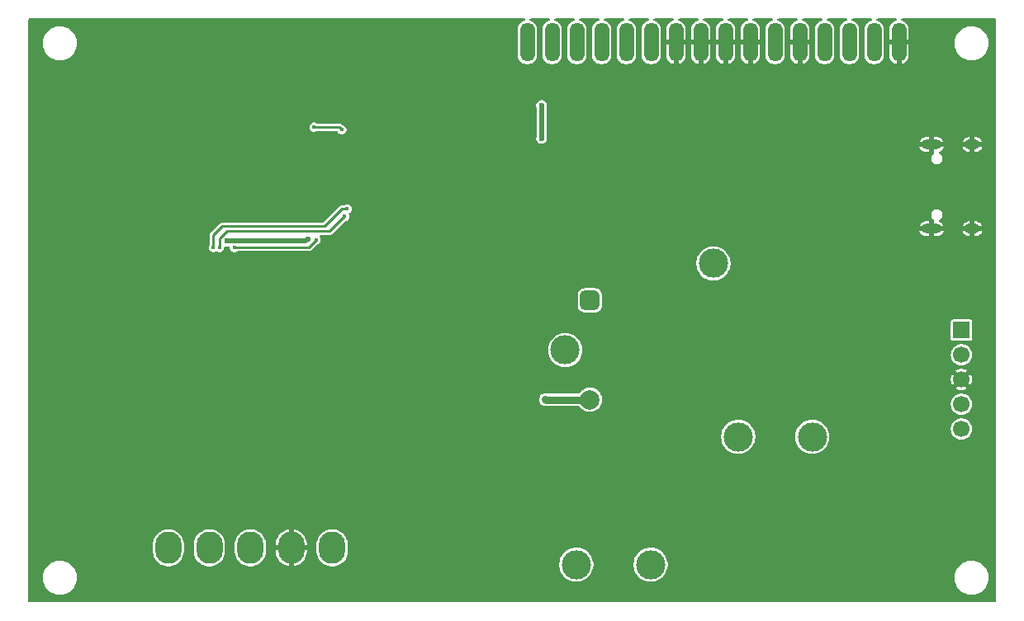
<source format=gbl>
G04 #@! TF.GenerationSoftware,KiCad,Pcbnew,9.0.2*
G04 #@! TF.CreationDate,2025-09-26T20:13:01+02:00*
G04 #@! TF.ProjectId,TeslaBMBCheck,5465736c-6142-44d4-9243-6865636b2e6b,1.1*
G04 #@! TF.SameCoordinates,Original*
G04 #@! TF.FileFunction,Copper,L2,Bot*
G04 #@! TF.FilePolarity,Positive*
%FSLAX46Y46*%
G04 Gerber Fmt 4.6, Leading zero omitted, Abs format (unit mm)*
G04 Created by KiCad (PCBNEW 9.0.2) date 2025-09-26 20:13:01*
%MOMM*%
%LPD*%
G01*
G04 APERTURE LIST*
G04 Aperture macros list*
%AMRoundRect*
0 Rectangle with rounded corners*
0 $1 Rounding radius*
0 $2 $3 $4 $5 $6 $7 $8 $9 X,Y pos of 4 corners*
0 Add a 4 corners polygon primitive as box body*
4,1,4,$2,$3,$4,$5,$6,$7,$8,$9,$2,$3,0*
0 Add four circle primitives for the rounded corners*
1,1,$1+$1,$2,$3*
1,1,$1+$1,$4,$5*
1,1,$1+$1,$6,$7*
1,1,$1+$1,$8,$9*
0 Add four rect primitives between the rounded corners*
20,1,$1+$1,$2,$3,$4,$5,0*
20,1,$1+$1,$4,$5,$6,$7,0*
20,1,$1+$1,$6,$7,$8,$9,0*
20,1,$1+$1,$8,$9,$2,$3,0*%
G04 Aperture macros list end*
G04 #@! TA.AperFunction,ComponentPad*
%ADD10C,3.000000*%
G04 #@! TD*
G04 #@! TA.AperFunction,ComponentPad*
%ADD11O,2.700000X3.300000*%
G04 #@! TD*
G04 #@! TA.AperFunction,ComponentPad*
%ADD12R,1.700000X1.700000*%
G04 #@! TD*
G04 #@! TA.AperFunction,ComponentPad*
%ADD13C,1.700000*%
G04 #@! TD*
G04 #@! TA.AperFunction,ComponentPad*
%ADD14RoundRect,0.500000X0.500000X0.500000X-0.500000X0.500000X-0.500000X-0.500000X0.500000X-0.500000X0*%
G04 #@! TD*
G04 #@! TA.AperFunction,ComponentPad*
%ADD15C,2.000000*%
G04 #@! TD*
G04 #@! TA.AperFunction,ComponentPad*
%ADD16O,2.100000X1.000000*%
G04 #@! TD*
G04 #@! TA.AperFunction,ComponentPad*
%ADD17O,1.600000X1.000000*%
G04 #@! TD*
G04 #@! TA.AperFunction,ComponentPad*
%ADD18O,1.501140X4.000500*%
G04 #@! TD*
G04 #@! TA.AperFunction,ViaPad*
%ADD19C,0.600000*%
G04 #@! TD*
G04 #@! TA.AperFunction,ViaPad*
%ADD20C,0.450000*%
G04 #@! TD*
G04 #@! TA.AperFunction,Conductor*
%ADD21C,0.250000*%
G04 #@! TD*
G04 #@! TA.AperFunction,Conductor*
%ADD22C,0.500000*%
G04 #@! TD*
G04 #@! TA.AperFunction,Conductor*
%ADD23C,0.800000*%
G04 #@! TD*
G04 APERTURE END LIST*
D10*
X131191000Y-103822000D03*
X138811000Y-103822000D03*
D11*
X89372000Y-102108000D03*
X93572000Y-102108000D03*
X97772000Y-102108000D03*
X101972000Y-102108000D03*
X106172000Y-102108000D03*
D12*
X170688000Y-79756000D03*
D13*
X170688000Y-82296000D03*
X170688000Y-84836000D03*
X170688000Y-87376000D03*
X170688000Y-89916000D03*
D10*
X130046000Y-81796000D03*
X145246000Y-72896000D03*
X155386000Y-90696000D03*
X147786000Y-90696000D03*
D14*
X132586000Y-76696000D03*
D15*
X132586000Y-86896000D03*
D16*
X167612000Y-69344000D03*
X167612000Y-69344000D03*
D17*
X171792000Y-69344000D03*
X171792000Y-69344000D03*
D16*
X167612000Y-60704000D03*
X167612000Y-60704000D03*
D17*
X171792000Y-60704000D03*
X171792000Y-60704000D03*
D18*
X164273800Y-50205860D03*
X161733800Y-50205860D03*
X159193800Y-50205860D03*
X156653800Y-50205860D03*
X154113800Y-50205860D03*
X151573800Y-50205860D03*
X149033800Y-50205860D03*
X146493800Y-50205860D03*
X143953800Y-50205860D03*
X141413800Y-50205860D03*
X138873800Y-50205860D03*
X136333800Y-50205860D03*
X133793800Y-50205860D03*
X131253800Y-50205860D03*
X128713800Y-50205860D03*
X126173800Y-50205860D03*
D19*
X172720000Y-95250000D03*
X147320000Y-106680000D03*
X162560000Y-106680000D03*
D20*
X114554000Y-103759000D03*
X86360000Y-81915000D03*
D19*
X163830000Y-76200000D03*
X96520000Y-106680000D03*
X96520000Y-74930000D03*
X83693000Y-99060000D03*
X91440000Y-106680000D03*
X116840000Y-71120000D03*
X137160000Y-106680000D03*
X94742000Y-84074000D03*
X116840000Y-48260000D03*
D20*
X80772000Y-61722000D03*
D19*
X86360000Y-93980000D03*
X122936000Y-92964000D03*
X127000000Y-63500000D03*
X172720000Y-99060000D03*
X91440000Y-74930000D03*
X95250000Y-59690000D03*
X139700000Y-71120000D03*
X86360000Y-48260000D03*
X165709600Y-71628000D03*
X111760000Y-67310000D03*
X110490000Y-80010000D03*
X76200000Y-83820000D03*
X111760000Y-106680000D03*
X165989000Y-61468000D03*
X127000000Y-83820000D03*
X104140000Y-67310000D03*
X101600000Y-106680000D03*
X76200000Y-88900000D03*
X76200000Y-93980000D03*
X157480000Y-106680000D03*
X107696000Y-85090000D03*
X172720000Y-58420000D03*
X148590000Y-77470000D03*
X76200000Y-63500000D03*
X76200000Y-58420000D03*
X96520000Y-48260000D03*
X121920000Y-106680000D03*
X106680000Y-106680000D03*
X127000000Y-106680000D03*
X161290000Y-85090000D03*
X76200000Y-73660000D03*
X172720000Y-73660000D03*
X154940000Y-77470000D03*
X157480000Y-72390000D03*
X127000000Y-78740000D03*
X94843600Y-91998800D03*
X172720000Y-55880000D03*
X115570000Y-86106000D03*
X95250000Y-67310000D03*
X76200000Y-68580000D03*
X132080000Y-106680000D03*
X152400000Y-106680000D03*
X116840000Y-63500000D03*
X139700000Y-86360000D03*
X140970000Y-62230000D03*
X86360000Y-74930000D03*
X127000000Y-71120000D03*
X165862000Y-68580000D03*
X133350000Y-71120000D03*
X134874000Y-67818000D03*
X111760000Y-48260000D03*
X101600000Y-67310000D03*
X113030000Y-76200000D03*
X140970000Y-57150000D03*
D20*
X86360000Y-67818000D03*
X155752800Y-58267600D03*
D19*
X115570000Y-92710000D03*
X81280000Y-48260000D03*
X116840000Y-106680000D03*
X106934000Y-75184000D03*
X157480000Y-62230000D03*
X76200000Y-99060000D03*
X120396000Y-89916000D03*
X109474000Y-62484000D03*
X76200000Y-53340000D03*
X101600000Y-48260000D03*
X91440000Y-48260000D03*
X81280000Y-106680000D03*
X96520000Y-93980000D03*
X172720000Y-76200000D03*
X148590000Y-86360000D03*
X121920000Y-56388000D03*
X97790000Y-83820000D03*
D20*
X80772000Y-77978000D03*
D19*
X109118400Y-66040000D03*
X139700000Y-82550000D03*
X154940000Y-86360000D03*
X110490000Y-85090000D03*
X167640000Y-106680000D03*
X110490000Y-92710000D03*
X76200000Y-78740000D03*
X157480000Y-66040000D03*
X142240000Y-106680000D03*
X140970000Y-66040000D03*
X106680000Y-48260000D03*
X86360000Y-106680000D03*
X103646500Y-70372500D03*
X127635000Y-56677000D03*
X127635000Y-60071000D03*
X95377000Y-70612000D03*
D20*
X107149459Y-59168459D03*
X104289428Y-58905647D03*
X104521000Y-70468000D03*
X96139000Y-71262000D03*
X93989997Y-71262000D03*
X107696000Y-67310000D03*
X107442000Y-68071500D03*
X94615000Y-71262000D03*
D19*
X128016000Y-86868000D03*
D21*
X107188000Y-67310000D02*
X107696000Y-67310000D01*
X105410000Y-69088000D02*
X107188000Y-67310000D01*
X94902123Y-69088000D02*
X105410000Y-69088000D01*
X93989997Y-70000126D02*
X94902123Y-69088000D01*
X93989997Y-71262000D02*
X93989997Y-70000126D01*
X105917500Y-69596000D02*
X107442000Y-68071500D01*
X95377000Y-69596000D02*
X105917500Y-69596000D01*
X94615000Y-70358000D02*
X95377000Y-69596000D01*
X94615000Y-71262000D02*
X94615000Y-70358000D01*
D22*
X95377000Y-70612000D02*
X103407000Y-70612000D01*
X127635000Y-56677000D02*
X127635000Y-60071000D01*
X103407000Y-70612000D02*
X103646500Y-70372500D01*
D21*
X106909000Y-58928000D02*
X107149459Y-59168459D01*
X104295292Y-58928000D02*
X106909000Y-58928000D01*
X104289428Y-58922136D02*
X104295292Y-58928000D01*
X104289428Y-58905647D02*
X104289428Y-58922136D01*
X96139000Y-71262000D02*
X103727000Y-71262000D01*
X103727000Y-71262000D02*
X104521000Y-70468000D01*
D23*
X132586000Y-86896000D02*
X128044000Y-86896000D01*
X128044000Y-86896000D02*
X128016000Y-86868000D01*
G04 #@! TA.AperFunction,Conductor*
G36*
X125909281Y-47771685D02*
G01*
X125955036Y-47824489D01*
X125964980Y-47893647D01*
X125935955Y-47957203D01*
X125886593Y-47989237D01*
X125887427Y-47991249D01*
X125699617Y-48069041D01*
X125699608Y-48069046D01*
X125535655Y-48178597D01*
X125535651Y-48178600D01*
X125396220Y-48318031D01*
X125396217Y-48318035D01*
X125286666Y-48481988D01*
X125286661Y-48481997D01*
X125211200Y-48664178D01*
X125211198Y-48664186D01*
X125172730Y-48857578D01*
X125172730Y-51554141D01*
X125211198Y-51747533D01*
X125211200Y-51747541D01*
X125286661Y-51929722D01*
X125286666Y-51929731D01*
X125396217Y-52093684D01*
X125396220Y-52093688D01*
X125535651Y-52233119D01*
X125535655Y-52233122D01*
X125699608Y-52342673D01*
X125699614Y-52342676D01*
X125699615Y-52342677D01*
X125881799Y-52418140D01*
X126075198Y-52456609D01*
X126075202Y-52456610D01*
X126075203Y-52456610D01*
X126272398Y-52456610D01*
X126272399Y-52456609D01*
X126465801Y-52418140D01*
X126647985Y-52342677D01*
X126811945Y-52233122D01*
X126951382Y-52093685D01*
X127060937Y-51929725D01*
X127136400Y-51747541D01*
X127174870Y-51554137D01*
X127174870Y-48857583D01*
X127136400Y-48664179D01*
X127078033Y-48523268D01*
X127060938Y-48481997D01*
X127060933Y-48481988D01*
X126951382Y-48318035D01*
X126951379Y-48318031D01*
X126811948Y-48178600D01*
X126811944Y-48178597D01*
X126647991Y-48069046D01*
X126647982Y-48069041D01*
X126460173Y-47991249D01*
X126461023Y-47989195D01*
X126410924Y-47956363D01*
X126382467Y-47892550D01*
X126393028Y-47823483D01*
X126439253Y-47771090D01*
X126505358Y-47752000D01*
X128382242Y-47752000D01*
X128449281Y-47771685D01*
X128495036Y-47824489D01*
X128504980Y-47893647D01*
X128475955Y-47957203D01*
X128426593Y-47989237D01*
X128427427Y-47991249D01*
X128239617Y-48069041D01*
X128239608Y-48069046D01*
X128075655Y-48178597D01*
X128075651Y-48178600D01*
X127936220Y-48318031D01*
X127936217Y-48318035D01*
X127826666Y-48481988D01*
X127826661Y-48481997D01*
X127751200Y-48664178D01*
X127751198Y-48664186D01*
X127712730Y-48857578D01*
X127712730Y-51554141D01*
X127751198Y-51747533D01*
X127751200Y-51747541D01*
X127826661Y-51929722D01*
X127826666Y-51929731D01*
X127936217Y-52093684D01*
X127936220Y-52093688D01*
X128075651Y-52233119D01*
X128075655Y-52233122D01*
X128239608Y-52342673D01*
X128239614Y-52342676D01*
X128239615Y-52342677D01*
X128421799Y-52418140D01*
X128615198Y-52456609D01*
X128615202Y-52456610D01*
X128615203Y-52456610D01*
X128812398Y-52456610D01*
X128812399Y-52456609D01*
X129005801Y-52418140D01*
X129187985Y-52342677D01*
X129351945Y-52233122D01*
X129491382Y-52093685D01*
X129600937Y-51929725D01*
X129676400Y-51747541D01*
X129714870Y-51554137D01*
X129714870Y-48857583D01*
X129676400Y-48664179D01*
X129618033Y-48523268D01*
X129600938Y-48481997D01*
X129600933Y-48481988D01*
X129491382Y-48318035D01*
X129491379Y-48318031D01*
X129351948Y-48178600D01*
X129351944Y-48178597D01*
X129187991Y-48069046D01*
X129187982Y-48069041D01*
X129000173Y-47991249D01*
X129001023Y-47989195D01*
X128950924Y-47956363D01*
X128922467Y-47892550D01*
X128933028Y-47823483D01*
X128979253Y-47771090D01*
X129045358Y-47752000D01*
X130922242Y-47752000D01*
X130989281Y-47771685D01*
X131035036Y-47824489D01*
X131044980Y-47893647D01*
X131015955Y-47957203D01*
X130966593Y-47989237D01*
X130967427Y-47991249D01*
X130779617Y-48069041D01*
X130779608Y-48069046D01*
X130615655Y-48178597D01*
X130615651Y-48178600D01*
X130476220Y-48318031D01*
X130476217Y-48318035D01*
X130366666Y-48481988D01*
X130366661Y-48481997D01*
X130291200Y-48664178D01*
X130291198Y-48664186D01*
X130252730Y-48857578D01*
X130252730Y-51554141D01*
X130291198Y-51747533D01*
X130291200Y-51747541D01*
X130366661Y-51929722D01*
X130366666Y-51929731D01*
X130476217Y-52093684D01*
X130476220Y-52093688D01*
X130615651Y-52233119D01*
X130615655Y-52233122D01*
X130779608Y-52342673D01*
X130779614Y-52342676D01*
X130779615Y-52342677D01*
X130961799Y-52418140D01*
X131155198Y-52456609D01*
X131155202Y-52456610D01*
X131155203Y-52456610D01*
X131352398Y-52456610D01*
X131352399Y-52456609D01*
X131545801Y-52418140D01*
X131727985Y-52342677D01*
X131891945Y-52233122D01*
X132031382Y-52093685D01*
X132140937Y-51929725D01*
X132216400Y-51747541D01*
X132254870Y-51554137D01*
X132254870Y-48857583D01*
X132216400Y-48664179D01*
X132158033Y-48523268D01*
X132140938Y-48481997D01*
X132140933Y-48481988D01*
X132031382Y-48318035D01*
X132031379Y-48318031D01*
X131891948Y-48178600D01*
X131891944Y-48178597D01*
X131727991Y-48069046D01*
X131727982Y-48069041D01*
X131540173Y-47991249D01*
X131541023Y-47989195D01*
X131490924Y-47956363D01*
X131462467Y-47892550D01*
X131473028Y-47823483D01*
X131519253Y-47771090D01*
X131585358Y-47752000D01*
X133462242Y-47752000D01*
X133529281Y-47771685D01*
X133575036Y-47824489D01*
X133584980Y-47893647D01*
X133555955Y-47957203D01*
X133506593Y-47989237D01*
X133507427Y-47991249D01*
X133319617Y-48069041D01*
X133319608Y-48069046D01*
X133155655Y-48178597D01*
X133155651Y-48178600D01*
X133016220Y-48318031D01*
X133016217Y-48318035D01*
X132906666Y-48481988D01*
X132906661Y-48481997D01*
X132831200Y-48664178D01*
X132831198Y-48664186D01*
X132792730Y-48857578D01*
X132792730Y-51554141D01*
X132831198Y-51747533D01*
X132831200Y-51747541D01*
X132906661Y-51929722D01*
X132906666Y-51929731D01*
X133016217Y-52093684D01*
X133016220Y-52093688D01*
X133155651Y-52233119D01*
X133155655Y-52233122D01*
X133319608Y-52342673D01*
X133319614Y-52342676D01*
X133319615Y-52342677D01*
X133501799Y-52418140D01*
X133695198Y-52456609D01*
X133695202Y-52456610D01*
X133695203Y-52456610D01*
X133892398Y-52456610D01*
X133892399Y-52456609D01*
X134085801Y-52418140D01*
X134267985Y-52342677D01*
X134431945Y-52233122D01*
X134571382Y-52093685D01*
X134680937Y-51929725D01*
X134756400Y-51747541D01*
X134794870Y-51554137D01*
X134794870Y-48857583D01*
X134756400Y-48664179D01*
X134698033Y-48523268D01*
X134680938Y-48481997D01*
X134680933Y-48481988D01*
X134571382Y-48318035D01*
X134571379Y-48318031D01*
X134431948Y-48178600D01*
X134431944Y-48178597D01*
X134267991Y-48069046D01*
X134267982Y-48069041D01*
X134080173Y-47991249D01*
X134081023Y-47989195D01*
X134030924Y-47956363D01*
X134002467Y-47892550D01*
X134013028Y-47823483D01*
X134059253Y-47771090D01*
X134125358Y-47752000D01*
X136002242Y-47752000D01*
X136069281Y-47771685D01*
X136115036Y-47824489D01*
X136124980Y-47893647D01*
X136095955Y-47957203D01*
X136046593Y-47989237D01*
X136047427Y-47991249D01*
X135859617Y-48069041D01*
X135859608Y-48069046D01*
X135695655Y-48178597D01*
X135695651Y-48178600D01*
X135556220Y-48318031D01*
X135556217Y-48318035D01*
X135446666Y-48481988D01*
X135446661Y-48481997D01*
X135371200Y-48664178D01*
X135371198Y-48664186D01*
X135332730Y-48857578D01*
X135332730Y-51554141D01*
X135371198Y-51747533D01*
X135371200Y-51747541D01*
X135446661Y-51929722D01*
X135446666Y-51929731D01*
X135556217Y-52093684D01*
X135556220Y-52093688D01*
X135695651Y-52233119D01*
X135695655Y-52233122D01*
X135859608Y-52342673D01*
X135859614Y-52342676D01*
X135859615Y-52342677D01*
X136041799Y-52418140D01*
X136235198Y-52456609D01*
X136235202Y-52456610D01*
X136235203Y-52456610D01*
X136432398Y-52456610D01*
X136432399Y-52456609D01*
X136625801Y-52418140D01*
X136807985Y-52342677D01*
X136971945Y-52233122D01*
X137111382Y-52093685D01*
X137220937Y-51929725D01*
X137296400Y-51747541D01*
X137334870Y-51554137D01*
X137334870Y-48857583D01*
X137296400Y-48664179D01*
X137238033Y-48523268D01*
X137220938Y-48481997D01*
X137220933Y-48481988D01*
X137111382Y-48318035D01*
X137111379Y-48318031D01*
X136971948Y-48178600D01*
X136971944Y-48178597D01*
X136807991Y-48069046D01*
X136807982Y-48069041D01*
X136620173Y-47991249D01*
X136621023Y-47989195D01*
X136570924Y-47956363D01*
X136542467Y-47892550D01*
X136553028Y-47823483D01*
X136599253Y-47771090D01*
X136665358Y-47752000D01*
X138542242Y-47752000D01*
X138609281Y-47771685D01*
X138655036Y-47824489D01*
X138664980Y-47893647D01*
X138635955Y-47957203D01*
X138586593Y-47989237D01*
X138587427Y-47991249D01*
X138399617Y-48069041D01*
X138399608Y-48069046D01*
X138235655Y-48178597D01*
X138235651Y-48178600D01*
X138096220Y-48318031D01*
X138096217Y-48318035D01*
X137986666Y-48481988D01*
X137986661Y-48481997D01*
X137911200Y-48664178D01*
X137911198Y-48664186D01*
X137872730Y-48857578D01*
X137872730Y-51554141D01*
X137911198Y-51747533D01*
X137911200Y-51747541D01*
X137986661Y-51929722D01*
X137986666Y-51929731D01*
X138096217Y-52093684D01*
X138096220Y-52093688D01*
X138235651Y-52233119D01*
X138235655Y-52233122D01*
X138399608Y-52342673D01*
X138399614Y-52342676D01*
X138399615Y-52342677D01*
X138581799Y-52418140D01*
X138775198Y-52456609D01*
X138775202Y-52456610D01*
X138775203Y-52456610D01*
X138972398Y-52456610D01*
X138972399Y-52456609D01*
X139165801Y-52418140D01*
X139347985Y-52342677D01*
X139511945Y-52233122D01*
X139651382Y-52093685D01*
X139760937Y-51929725D01*
X139836400Y-51747541D01*
X139874870Y-51554137D01*
X139874870Y-48857583D01*
X139836400Y-48664179D01*
X139778033Y-48523268D01*
X139760938Y-48481997D01*
X139760933Y-48481988D01*
X139651382Y-48318035D01*
X139651379Y-48318031D01*
X139511948Y-48178600D01*
X139511944Y-48178597D01*
X139347991Y-48069046D01*
X139347982Y-48069041D01*
X139160173Y-47991249D01*
X139161023Y-47989195D01*
X139110924Y-47956363D01*
X139082467Y-47892550D01*
X139093028Y-47823483D01*
X139139253Y-47771090D01*
X139205358Y-47752000D01*
X141083977Y-47752000D01*
X141151016Y-47771685D01*
X141196771Y-47824489D01*
X141206715Y-47893647D01*
X141177690Y-47957203D01*
X141126919Y-47990152D01*
X141127573Y-47991731D01*
X140939850Y-48069487D01*
X140775978Y-48178983D01*
X140775970Y-48178989D01*
X140636609Y-48318350D01*
X140636603Y-48318358D01*
X140527107Y-48482230D01*
X140451682Y-48664324D01*
X140451680Y-48664330D01*
X140413230Y-48857629D01*
X140413230Y-49955860D01*
X140980348Y-49955860D01*
X140947520Y-50012720D01*
X140913420Y-50139984D01*
X140913420Y-50271736D01*
X140947520Y-50399000D01*
X140980348Y-50455860D01*
X140413230Y-50455860D01*
X140413230Y-51554090D01*
X140413229Y-51554090D01*
X140451680Y-51747389D01*
X140451682Y-51747395D01*
X140527107Y-51929489D01*
X140636603Y-52093361D01*
X140636609Y-52093369D01*
X140775970Y-52232730D01*
X140775978Y-52232736D01*
X140939851Y-52342232D01*
X140939854Y-52342234D01*
X141121942Y-52417656D01*
X141163800Y-52425982D01*
X141163800Y-50639311D01*
X141220660Y-50672140D01*
X141347924Y-50706240D01*
X141479676Y-50706240D01*
X141606940Y-50672140D01*
X141663800Y-50639311D01*
X141663800Y-52425982D01*
X141705656Y-52417656D01*
X141705658Y-52417656D01*
X141887745Y-52342234D01*
X141887748Y-52342232D01*
X142051621Y-52232736D01*
X142051629Y-52232730D01*
X142190990Y-52093369D01*
X142190996Y-52093361D01*
X142300492Y-51929489D01*
X142375917Y-51747395D01*
X142375919Y-51747389D01*
X142414370Y-51554090D01*
X142414370Y-50455860D01*
X141847252Y-50455860D01*
X141880080Y-50399000D01*
X141914180Y-50271736D01*
X141914180Y-50139984D01*
X141880080Y-50012720D01*
X141847252Y-49955860D01*
X142414370Y-49955860D01*
X142414370Y-48857629D01*
X142375919Y-48664330D01*
X142375917Y-48664324D01*
X142300492Y-48482230D01*
X142190996Y-48318358D01*
X142190990Y-48318350D01*
X142051629Y-48178989D01*
X142051621Y-48178983D01*
X141887748Y-48069487D01*
X141887749Y-48069487D01*
X141700027Y-47991731D01*
X141700695Y-47990117D01*
X141649189Y-47956363D01*
X141620733Y-47892551D01*
X141631293Y-47823484D01*
X141677517Y-47771091D01*
X141743623Y-47752000D01*
X143623977Y-47752000D01*
X143691016Y-47771685D01*
X143736771Y-47824489D01*
X143746715Y-47893647D01*
X143717690Y-47957203D01*
X143666919Y-47990152D01*
X143667573Y-47991731D01*
X143479850Y-48069487D01*
X143315978Y-48178983D01*
X143315970Y-48178989D01*
X143176609Y-48318350D01*
X143176603Y-48318358D01*
X143067107Y-48482230D01*
X142991682Y-48664324D01*
X142991680Y-48664330D01*
X142953230Y-48857629D01*
X142953230Y-49955860D01*
X143520348Y-49955860D01*
X143487520Y-50012720D01*
X143453420Y-50139984D01*
X143453420Y-50271736D01*
X143487520Y-50399000D01*
X143520348Y-50455860D01*
X142953230Y-50455860D01*
X142953230Y-51554090D01*
X142953229Y-51554090D01*
X142991680Y-51747389D01*
X142991682Y-51747395D01*
X143067107Y-51929489D01*
X143176603Y-52093361D01*
X143176609Y-52093369D01*
X143315970Y-52232730D01*
X143315978Y-52232736D01*
X143479851Y-52342232D01*
X143479854Y-52342234D01*
X143661942Y-52417656D01*
X143703800Y-52425982D01*
X143703800Y-50639311D01*
X143760660Y-50672140D01*
X143887924Y-50706240D01*
X144019676Y-50706240D01*
X144146940Y-50672140D01*
X144203800Y-50639311D01*
X144203800Y-52425982D01*
X144245656Y-52417656D01*
X144245658Y-52417656D01*
X144427745Y-52342234D01*
X144427748Y-52342232D01*
X144591621Y-52232736D01*
X144591629Y-52232730D01*
X144730990Y-52093369D01*
X144730996Y-52093361D01*
X144840492Y-51929489D01*
X144915917Y-51747395D01*
X144915919Y-51747389D01*
X144954370Y-51554090D01*
X144954370Y-50455860D01*
X144387252Y-50455860D01*
X144420080Y-50399000D01*
X144454180Y-50271736D01*
X144454180Y-50139984D01*
X144420080Y-50012720D01*
X144387252Y-49955860D01*
X144954370Y-49955860D01*
X144954370Y-48857629D01*
X144915919Y-48664330D01*
X144915917Y-48664324D01*
X144840492Y-48482230D01*
X144730996Y-48318358D01*
X144730990Y-48318350D01*
X144591629Y-48178989D01*
X144591621Y-48178983D01*
X144427748Y-48069487D01*
X144427749Y-48069487D01*
X144240027Y-47991731D01*
X144240695Y-47990117D01*
X144189189Y-47956363D01*
X144160733Y-47892551D01*
X144171293Y-47823484D01*
X144217517Y-47771091D01*
X144283623Y-47752000D01*
X146163977Y-47752000D01*
X146231016Y-47771685D01*
X146276771Y-47824489D01*
X146286715Y-47893647D01*
X146257690Y-47957203D01*
X146206919Y-47990152D01*
X146207573Y-47991731D01*
X146019850Y-48069487D01*
X145855978Y-48178983D01*
X145855970Y-48178989D01*
X145716609Y-48318350D01*
X145716603Y-48318358D01*
X145607107Y-48482230D01*
X145531682Y-48664324D01*
X145531680Y-48664330D01*
X145493230Y-48857629D01*
X145493230Y-49955860D01*
X146060348Y-49955860D01*
X146027520Y-50012720D01*
X145993420Y-50139984D01*
X145993420Y-50271736D01*
X146027520Y-50399000D01*
X146060348Y-50455860D01*
X145493230Y-50455860D01*
X145493230Y-51554090D01*
X145493229Y-51554090D01*
X145531680Y-51747389D01*
X145531682Y-51747395D01*
X145607107Y-51929489D01*
X145716603Y-52093361D01*
X145716609Y-52093369D01*
X145855970Y-52232730D01*
X145855978Y-52232736D01*
X146019851Y-52342232D01*
X146019854Y-52342234D01*
X146201942Y-52417656D01*
X146243800Y-52425982D01*
X146243800Y-50639311D01*
X146300660Y-50672140D01*
X146427924Y-50706240D01*
X146559676Y-50706240D01*
X146686940Y-50672140D01*
X146743800Y-50639311D01*
X146743800Y-52425982D01*
X146785656Y-52417656D01*
X146785658Y-52417656D01*
X146967745Y-52342234D01*
X146967748Y-52342232D01*
X147131621Y-52232736D01*
X147131629Y-52232730D01*
X147270990Y-52093369D01*
X147270996Y-52093361D01*
X147380492Y-51929489D01*
X147455917Y-51747395D01*
X147455919Y-51747389D01*
X147494370Y-51554090D01*
X147494370Y-50455860D01*
X146927252Y-50455860D01*
X146960080Y-50399000D01*
X146994180Y-50271736D01*
X146994180Y-50139984D01*
X146960080Y-50012720D01*
X146927252Y-49955860D01*
X147494370Y-49955860D01*
X147494370Y-48857629D01*
X147455919Y-48664330D01*
X147455917Y-48664324D01*
X147380492Y-48482230D01*
X147270996Y-48318358D01*
X147270990Y-48318350D01*
X147131629Y-48178989D01*
X147131621Y-48178983D01*
X146967748Y-48069487D01*
X146967749Y-48069487D01*
X146780027Y-47991731D01*
X146780695Y-47990117D01*
X146729189Y-47956363D01*
X146700733Y-47892551D01*
X146711293Y-47823484D01*
X146757517Y-47771091D01*
X146823623Y-47752000D01*
X148703977Y-47752000D01*
X148771016Y-47771685D01*
X148816771Y-47824489D01*
X148826715Y-47893647D01*
X148797690Y-47957203D01*
X148746919Y-47990152D01*
X148747573Y-47991731D01*
X148559850Y-48069487D01*
X148395978Y-48178983D01*
X148395970Y-48178989D01*
X148256609Y-48318350D01*
X148256603Y-48318358D01*
X148147107Y-48482230D01*
X148071682Y-48664324D01*
X148071680Y-48664330D01*
X148033230Y-48857629D01*
X148033230Y-49955860D01*
X148600348Y-49955860D01*
X148567520Y-50012720D01*
X148533420Y-50139984D01*
X148533420Y-50271736D01*
X148567520Y-50399000D01*
X148600348Y-50455860D01*
X148033230Y-50455860D01*
X148033230Y-51554090D01*
X148033229Y-51554090D01*
X148071680Y-51747389D01*
X148071682Y-51747395D01*
X148147107Y-51929489D01*
X148256603Y-52093361D01*
X148256609Y-52093369D01*
X148395970Y-52232730D01*
X148395978Y-52232736D01*
X148559851Y-52342232D01*
X148559854Y-52342234D01*
X148741942Y-52417656D01*
X148783800Y-52425982D01*
X148783800Y-50639311D01*
X148840660Y-50672140D01*
X148967924Y-50706240D01*
X149099676Y-50706240D01*
X149226940Y-50672140D01*
X149283800Y-50639311D01*
X149283800Y-52425982D01*
X149325656Y-52417656D01*
X149325658Y-52417656D01*
X149507745Y-52342234D01*
X149507748Y-52342232D01*
X149671621Y-52232736D01*
X149671629Y-52232730D01*
X149810990Y-52093369D01*
X149810996Y-52093361D01*
X149920492Y-51929489D01*
X149995917Y-51747395D01*
X149995919Y-51747389D01*
X150034370Y-51554090D01*
X150034370Y-50455860D01*
X149467252Y-50455860D01*
X149500080Y-50399000D01*
X149534180Y-50271736D01*
X149534180Y-50139984D01*
X149500080Y-50012720D01*
X149467252Y-49955860D01*
X150034370Y-49955860D01*
X150034370Y-48857629D01*
X149995919Y-48664330D01*
X149995917Y-48664324D01*
X149920492Y-48482230D01*
X149810996Y-48318358D01*
X149810990Y-48318350D01*
X149671629Y-48178989D01*
X149671621Y-48178983D01*
X149507748Y-48069487D01*
X149507749Y-48069487D01*
X149320027Y-47991731D01*
X149320695Y-47990117D01*
X149269189Y-47956363D01*
X149240733Y-47892551D01*
X149251293Y-47823484D01*
X149297517Y-47771091D01*
X149363623Y-47752000D01*
X151242242Y-47752000D01*
X151309281Y-47771685D01*
X151355036Y-47824489D01*
X151364980Y-47893647D01*
X151335955Y-47957203D01*
X151286593Y-47989237D01*
X151287427Y-47991249D01*
X151099617Y-48069041D01*
X151099608Y-48069046D01*
X150935655Y-48178597D01*
X150935651Y-48178600D01*
X150796220Y-48318031D01*
X150796217Y-48318035D01*
X150686666Y-48481988D01*
X150686661Y-48481997D01*
X150611200Y-48664178D01*
X150611198Y-48664186D01*
X150572730Y-48857578D01*
X150572730Y-51554141D01*
X150611198Y-51747533D01*
X150611200Y-51747541D01*
X150686661Y-51929722D01*
X150686666Y-51929731D01*
X150796217Y-52093684D01*
X150796220Y-52093688D01*
X150935651Y-52233119D01*
X150935655Y-52233122D01*
X151099608Y-52342673D01*
X151099614Y-52342676D01*
X151099615Y-52342677D01*
X151281799Y-52418140D01*
X151475198Y-52456609D01*
X151475202Y-52456610D01*
X151475203Y-52456610D01*
X151672398Y-52456610D01*
X151672399Y-52456609D01*
X151865801Y-52418140D01*
X152047985Y-52342677D01*
X152211945Y-52233122D01*
X152351382Y-52093685D01*
X152460937Y-51929725D01*
X152536400Y-51747541D01*
X152574870Y-51554137D01*
X152574870Y-48857583D01*
X152536400Y-48664179D01*
X152478033Y-48523268D01*
X152460938Y-48481997D01*
X152460933Y-48481988D01*
X152351382Y-48318035D01*
X152351379Y-48318031D01*
X152211948Y-48178600D01*
X152211944Y-48178597D01*
X152047991Y-48069046D01*
X152047982Y-48069041D01*
X151860173Y-47991249D01*
X151861023Y-47989195D01*
X151810924Y-47956363D01*
X151782467Y-47892550D01*
X151793028Y-47823483D01*
X151839253Y-47771090D01*
X151905358Y-47752000D01*
X153783977Y-47752000D01*
X153851016Y-47771685D01*
X153896771Y-47824489D01*
X153906715Y-47893647D01*
X153877690Y-47957203D01*
X153826919Y-47990152D01*
X153827573Y-47991731D01*
X153639850Y-48069487D01*
X153475978Y-48178983D01*
X153475970Y-48178989D01*
X153336609Y-48318350D01*
X153336603Y-48318358D01*
X153227107Y-48482230D01*
X153151682Y-48664324D01*
X153151680Y-48664330D01*
X153113230Y-48857629D01*
X153113230Y-49955860D01*
X153680348Y-49955860D01*
X153647520Y-50012720D01*
X153613420Y-50139984D01*
X153613420Y-50271736D01*
X153647520Y-50399000D01*
X153680348Y-50455860D01*
X153113230Y-50455860D01*
X153113230Y-51554090D01*
X153113229Y-51554090D01*
X153151680Y-51747389D01*
X153151682Y-51747395D01*
X153227107Y-51929489D01*
X153336603Y-52093361D01*
X153336609Y-52093369D01*
X153475970Y-52232730D01*
X153475978Y-52232736D01*
X153639851Y-52342232D01*
X153639854Y-52342234D01*
X153821942Y-52417656D01*
X153863800Y-52425982D01*
X153863800Y-50639311D01*
X153920660Y-50672140D01*
X154047924Y-50706240D01*
X154179676Y-50706240D01*
X154306940Y-50672140D01*
X154363800Y-50639311D01*
X154363800Y-52425982D01*
X154405656Y-52417656D01*
X154405658Y-52417656D01*
X154587745Y-52342234D01*
X154587748Y-52342232D01*
X154751621Y-52232736D01*
X154751629Y-52232730D01*
X154890990Y-52093369D01*
X154890996Y-52093361D01*
X155000492Y-51929489D01*
X155075917Y-51747395D01*
X155075919Y-51747389D01*
X155114370Y-51554090D01*
X155114370Y-50455860D01*
X154547252Y-50455860D01*
X154580080Y-50399000D01*
X154614180Y-50271736D01*
X154614180Y-50139984D01*
X154580080Y-50012720D01*
X154547252Y-49955860D01*
X155114370Y-49955860D01*
X155114370Y-48857629D01*
X155075919Y-48664330D01*
X155075917Y-48664324D01*
X155000492Y-48482230D01*
X154890996Y-48318358D01*
X154890990Y-48318350D01*
X154751629Y-48178989D01*
X154751621Y-48178983D01*
X154587748Y-48069487D01*
X154587749Y-48069487D01*
X154400027Y-47991731D01*
X154400695Y-47990117D01*
X154349189Y-47956363D01*
X154320733Y-47892551D01*
X154331293Y-47823484D01*
X154377517Y-47771091D01*
X154443623Y-47752000D01*
X156322242Y-47752000D01*
X156389281Y-47771685D01*
X156435036Y-47824489D01*
X156444980Y-47893647D01*
X156415955Y-47957203D01*
X156366593Y-47989237D01*
X156367427Y-47991249D01*
X156179617Y-48069041D01*
X156179608Y-48069046D01*
X156015655Y-48178597D01*
X156015651Y-48178600D01*
X155876220Y-48318031D01*
X155876217Y-48318035D01*
X155766666Y-48481988D01*
X155766661Y-48481997D01*
X155691200Y-48664178D01*
X155691198Y-48664186D01*
X155652730Y-48857578D01*
X155652730Y-51554141D01*
X155691198Y-51747533D01*
X155691200Y-51747541D01*
X155766661Y-51929722D01*
X155766666Y-51929731D01*
X155876217Y-52093684D01*
X155876220Y-52093688D01*
X156015651Y-52233119D01*
X156015655Y-52233122D01*
X156179608Y-52342673D01*
X156179614Y-52342676D01*
X156179615Y-52342677D01*
X156361799Y-52418140D01*
X156555198Y-52456609D01*
X156555202Y-52456610D01*
X156555203Y-52456610D01*
X156752398Y-52456610D01*
X156752399Y-52456609D01*
X156945801Y-52418140D01*
X157127985Y-52342677D01*
X157291945Y-52233122D01*
X157431382Y-52093685D01*
X157540937Y-51929725D01*
X157616400Y-51747541D01*
X157654870Y-51554137D01*
X157654870Y-48857583D01*
X157616400Y-48664179D01*
X157558033Y-48523268D01*
X157540938Y-48481997D01*
X157540933Y-48481988D01*
X157431382Y-48318035D01*
X157431379Y-48318031D01*
X157291948Y-48178600D01*
X157291944Y-48178597D01*
X157127991Y-48069046D01*
X157127982Y-48069041D01*
X156940173Y-47991249D01*
X156941023Y-47989195D01*
X156890924Y-47956363D01*
X156862467Y-47892550D01*
X156873028Y-47823483D01*
X156919253Y-47771090D01*
X156985358Y-47752000D01*
X158862242Y-47752000D01*
X158929281Y-47771685D01*
X158975036Y-47824489D01*
X158984980Y-47893647D01*
X158955955Y-47957203D01*
X158906593Y-47989237D01*
X158907427Y-47991249D01*
X158719617Y-48069041D01*
X158719608Y-48069046D01*
X158555655Y-48178597D01*
X158555651Y-48178600D01*
X158416220Y-48318031D01*
X158416217Y-48318035D01*
X158306666Y-48481988D01*
X158306661Y-48481997D01*
X158231200Y-48664178D01*
X158231198Y-48664186D01*
X158192730Y-48857578D01*
X158192730Y-51554141D01*
X158231198Y-51747533D01*
X158231200Y-51747541D01*
X158306661Y-51929722D01*
X158306666Y-51929731D01*
X158416217Y-52093684D01*
X158416220Y-52093688D01*
X158555651Y-52233119D01*
X158555655Y-52233122D01*
X158719608Y-52342673D01*
X158719614Y-52342676D01*
X158719615Y-52342677D01*
X158901799Y-52418140D01*
X159095198Y-52456609D01*
X159095202Y-52456610D01*
X159095203Y-52456610D01*
X159292398Y-52456610D01*
X159292399Y-52456609D01*
X159485801Y-52418140D01*
X159667985Y-52342677D01*
X159831945Y-52233122D01*
X159971382Y-52093685D01*
X160080937Y-51929725D01*
X160156400Y-51747541D01*
X160194870Y-51554137D01*
X160194870Y-48857583D01*
X160156400Y-48664179D01*
X160098033Y-48523268D01*
X160080938Y-48481997D01*
X160080933Y-48481988D01*
X159971382Y-48318035D01*
X159971379Y-48318031D01*
X159831948Y-48178600D01*
X159831944Y-48178597D01*
X159667991Y-48069046D01*
X159667982Y-48069041D01*
X159480173Y-47991249D01*
X159481023Y-47989195D01*
X159430924Y-47956363D01*
X159402467Y-47892550D01*
X159413028Y-47823483D01*
X159459253Y-47771090D01*
X159525358Y-47752000D01*
X161402242Y-47752000D01*
X161469281Y-47771685D01*
X161515036Y-47824489D01*
X161524980Y-47893647D01*
X161495955Y-47957203D01*
X161446593Y-47989237D01*
X161447427Y-47991249D01*
X161259617Y-48069041D01*
X161259608Y-48069046D01*
X161095655Y-48178597D01*
X161095651Y-48178600D01*
X160956220Y-48318031D01*
X160956217Y-48318035D01*
X160846666Y-48481988D01*
X160846661Y-48481997D01*
X160771200Y-48664178D01*
X160771198Y-48664186D01*
X160732730Y-48857578D01*
X160732730Y-51554141D01*
X160771198Y-51747533D01*
X160771200Y-51747541D01*
X160846661Y-51929722D01*
X160846666Y-51929731D01*
X160956217Y-52093684D01*
X160956220Y-52093688D01*
X161095651Y-52233119D01*
X161095655Y-52233122D01*
X161259608Y-52342673D01*
X161259614Y-52342676D01*
X161259615Y-52342677D01*
X161441799Y-52418140D01*
X161635198Y-52456609D01*
X161635202Y-52456610D01*
X161635203Y-52456610D01*
X161832398Y-52456610D01*
X161832399Y-52456609D01*
X162025801Y-52418140D01*
X162207985Y-52342677D01*
X162371945Y-52233122D01*
X162511382Y-52093685D01*
X162620937Y-51929725D01*
X162696400Y-51747541D01*
X162734870Y-51554137D01*
X162734870Y-48857583D01*
X162696400Y-48664179D01*
X162638033Y-48523268D01*
X162620938Y-48481997D01*
X162620933Y-48481988D01*
X162511382Y-48318035D01*
X162511379Y-48318031D01*
X162371948Y-48178600D01*
X162371944Y-48178597D01*
X162207991Y-48069046D01*
X162207982Y-48069041D01*
X162020173Y-47991249D01*
X162021023Y-47989195D01*
X161970924Y-47956363D01*
X161942467Y-47892550D01*
X161953028Y-47823483D01*
X161999253Y-47771090D01*
X162065358Y-47752000D01*
X163943977Y-47752000D01*
X164011016Y-47771685D01*
X164056771Y-47824489D01*
X164066715Y-47893647D01*
X164037690Y-47957203D01*
X163986919Y-47990152D01*
X163987573Y-47991731D01*
X163799850Y-48069487D01*
X163635978Y-48178983D01*
X163635970Y-48178989D01*
X163496609Y-48318350D01*
X163496603Y-48318358D01*
X163387107Y-48482230D01*
X163311682Y-48664324D01*
X163311680Y-48664330D01*
X163273230Y-48857629D01*
X163273230Y-49955860D01*
X163840348Y-49955860D01*
X163807520Y-50012720D01*
X163773420Y-50139984D01*
X163773420Y-50271736D01*
X163807520Y-50399000D01*
X163840348Y-50455860D01*
X163273230Y-50455860D01*
X163273230Y-51554090D01*
X163273229Y-51554090D01*
X163311680Y-51747389D01*
X163311682Y-51747395D01*
X163387107Y-51929489D01*
X163496603Y-52093361D01*
X163496609Y-52093369D01*
X163635970Y-52232730D01*
X163635978Y-52232736D01*
X163799851Y-52342232D01*
X163799854Y-52342234D01*
X163981942Y-52417656D01*
X164023800Y-52425982D01*
X164023800Y-50639311D01*
X164080660Y-50672140D01*
X164207924Y-50706240D01*
X164339676Y-50706240D01*
X164466940Y-50672140D01*
X164523800Y-50639311D01*
X164523800Y-52425982D01*
X164565656Y-52417656D01*
X164565658Y-52417656D01*
X164747745Y-52342234D01*
X164747748Y-52342232D01*
X164911621Y-52232736D01*
X164911629Y-52232730D01*
X165050990Y-52093369D01*
X165050996Y-52093361D01*
X165160492Y-51929489D01*
X165235917Y-51747395D01*
X165235919Y-51747389D01*
X165274370Y-51554090D01*
X165274370Y-50455860D01*
X164707252Y-50455860D01*
X164740080Y-50399000D01*
X164774180Y-50271736D01*
X164774180Y-50177258D01*
X169953500Y-50177258D01*
X169953500Y-50406741D01*
X169978446Y-50596215D01*
X169983452Y-50634238D01*
X169983453Y-50634240D01*
X170042842Y-50855887D01*
X170130650Y-51067876D01*
X170130657Y-51067890D01*
X170245392Y-51266617D01*
X170385081Y-51448661D01*
X170385089Y-51448670D01*
X170547330Y-51610911D01*
X170547338Y-51610918D01*
X170729382Y-51750607D01*
X170729385Y-51750608D01*
X170729388Y-51750611D01*
X170928112Y-51865344D01*
X170928117Y-51865346D01*
X170928123Y-51865349D01*
X171019480Y-51903190D01*
X171140113Y-51953158D01*
X171361762Y-52012548D01*
X171589266Y-52042500D01*
X171589273Y-52042500D01*
X171818727Y-52042500D01*
X171818734Y-52042500D01*
X172046238Y-52012548D01*
X172267887Y-51953158D01*
X172479888Y-51865344D01*
X172678612Y-51750611D01*
X172860661Y-51610919D01*
X172860665Y-51610914D01*
X172860670Y-51610911D01*
X173022911Y-51448670D01*
X173022914Y-51448665D01*
X173022919Y-51448661D01*
X173162611Y-51266612D01*
X173277344Y-51067888D01*
X173365158Y-50855887D01*
X173424548Y-50634238D01*
X173454500Y-50406734D01*
X173454500Y-50177266D01*
X173424548Y-49949762D01*
X173365158Y-49728113D01*
X173277344Y-49516112D01*
X173162611Y-49317388D01*
X173162608Y-49317385D01*
X173162607Y-49317382D01*
X173022918Y-49135338D01*
X173022911Y-49135330D01*
X172860670Y-48973089D01*
X172860661Y-48973081D01*
X172678617Y-48833392D01*
X172479890Y-48718657D01*
X172479876Y-48718650D01*
X172267887Y-48630842D01*
X172046238Y-48571452D01*
X172008215Y-48566446D01*
X171818741Y-48541500D01*
X171818734Y-48541500D01*
X171589266Y-48541500D01*
X171589258Y-48541500D01*
X171372715Y-48570009D01*
X171361762Y-48571452D01*
X171268076Y-48596554D01*
X171140112Y-48630842D01*
X170928123Y-48718650D01*
X170928109Y-48718657D01*
X170729382Y-48833392D01*
X170547338Y-48973081D01*
X170385081Y-49135338D01*
X170245392Y-49317382D01*
X170130657Y-49516109D01*
X170130650Y-49516123D01*
X170042842Y-49728112D01*
X169983453Y-49949759D01*
X169983451Y-49949770D01*
X169953500Y-50177258D01*
X164774180Y-50177258D01*
X164774180Y-50139984D01*
X164740080Y-50012720D01*
X164707252Y-49955860D01*
X165274370Y-49955860D01*
X165274370Y-48857629D01*
X165235919Y-48664330D01*
X165235917Y-48664324D01*
X165160492Y-48482230D01*
X165050996Y-48318358D01*
X165050990Y-48318350D01*
X164911629Y-48178989D01*
X164911621Y-48178983D01*
X164747748Y-48069487D01*
X164747749Y-48069487D01*
X164560027Y-47991731D01*
X164560695Y-47990117D01*
X164509189Y-47956363D01*
X164480733Y-47892551D01*
X164491293Y-47823484D01*
X164537517Y-47771091D01*
X164603623Y-47752000D01*
X174120000Y-47752000D01*
X174187039Y-47771685D01*
X174232794Y-47824489D01*
X174244000Y-47876000D01*
X174244000Y-107572000D01*
X174224315Y-107639039D01*
X174171511Y-107684794D01*
X174120000Y-107696000D01*
X75129500Y-107696000D01*
X75062461Y-107676315D01*
X75016706Y-107623511D01*
X75005500Y-107572000D01*
X75005500Y-105041258D01*
X76481500Y-105041258D01*
X76481500Y-105270741D01*
X76497906Y-105395349D01*
X76511452Y-105498238D01*
X76570842Y-105719887D01*
X76658650Y-105931876D01*
X76658657Y-105931890D01*
X76773392Y-106130617D01*
X76913081Y-106312661D01*
X76913089Y-106312670D01*
X77075330Y-106474911D01*
X77075338Y-106474918D01*
X77257382Y-106614607D01*
X77257385Y-106614608D01*
X77257388Y-106614611D01*
X77456112Y-106729344D01*
X77456117Y-106729346D01*
X77456123Y-106729349D01*
X77547480Y-106767190D01*
X77668113Y-106817158D01*
X77889762Y-106876548D01*
X78117266Y-106906500D01*
X78117273Y-106906500D01*
X78346727Y-106906500D01*
X78346734Y-106906500D01*
X78574238Y-106876548D01*
X78795887Y-106817158D01*
X79007888Y-106729344D01*
X79206612Y-106614611D01*
X79388661Y-106474919D01*
X79388665Y-106474914D01*
X79388670Y-106474911D01*
X79550911Y-106312670D01*
X79550914Y-106312665D01*
X79550919Y-106312661D01*
X79690611Y-106130612D01*
X79805344Y-105931888D01*
X79893158Y-105719887D01*
X79952548Y-105498238D01*
X79982500Y-105270734D01*
X79982500Y-105041266D01*
X79952548Y-104813762D01*
X79893158Y-104592113D01*
X79843190Y-104471480D01*
X79805349Y-104380123D01*
X79805346Y-104380117D01*
X79805344Y-104380112D01*
X79690611Y-104181388D01*
X79690608Y-104181385D01*
X79690607Y-104181382D01*
X79589764Y-104049962D01*
X79550919Y-103999339D01*
X79550918Y-103999338D01*
X79550911Y-103999330D01*
X79388670Y-103837089D01*
X79388661Y-103837081D01*
X79206617Y-103697392D01*
X79007890Y-103582657D01*
X79007876Y-103582650D01*
X78795887Y-103494842D01*
X78574238Y-103435452D01*
X78536215Y-103430446D01*
X78346741Y-103405500D01*
X78346734Y-103405500D01*
X78117266Y-103405500D01*
X78117258Y-103405500D01*
X77900715Y-103434009D01*
X77889762Y-103435452D01*
X77796076Y-103460554D01*
X77668112Y-103494842D01*
X77456123Y-103582650D01*
X77456109Y-103582657D01*
X77257382Y-103697392D01*
X77075338Y-103837081D01*
X76913081Y-103999338D01*
X76773392Y-104181382D01*
X76658657Y-104380109D01*
X76658650Y-104380123D01*
X76570842Y-104592112D01*
X76511453Y-104813759D01*
X76511451Y-104813770D01*
X76481500Y-105041258D01*
X75005500Y-105041258D01*
X75005500Y-101682038D01*
X87771500Y-101682038D01*
X87771500Y-102533961D01*
X87810910Y-102782785D01*
X87888760Y-103022383D01*
X88003132Y-103246848D01*
X88151201Y-103450649D01*
X88151205Y-103450654D01*
X88329345Y-103628794D01*
X88329350Y-103628798D01*
X88437342Y-103707258D01*
X88533155Y-103776870D01*
X88651326Y-103837081D01*
X88757616Y-103891239D01*
X88757618Y-103891239D01*
X88757621Y-103891241D01*
X88997215Y-103969090D01*
X89246038Y-104008500D01*
X89246039Y-104008500D01*
X89497961Y-104008500D01*
X89497962Y-104008500D01*
X89746785Y-103969090D01*
X89986379Y-103891241D01*
X90210845Y-103776870D01*
X90414656Y-103628793D01*
X90592793Y-103450656D01*
X90740870Y-103246845D01*
X90855241Y-103022379D01*
X90933090Y-102782785D01*
X90972500Y-102533962D01*
X90972500Y-101682038D01*
X91971500Y-101682038D01*
X91971500Y-102533961D01*
X92010910Y-102782785D01*
X92088760Y-103022383D01*
X92203132Y-103246848D01*
X92351201Y-103450649D01*
X92351205Y-103450654D01*
X92529345Y-103628794D01*
X92529350Y-103628798D01*
X92637342Y-103707258D01*
X92733155Y-103776870D01*
X92851326Y-103837081D01*
X92957616Y-103891239D01*
X92957618Y-103891239D01*
X92957621Y-103891241D01*
X93197215Y-103969090D01*
X93446038Y-104008500D01*
X93446039Y-104008500D01*
X93697961Y-104008500D01*
X93697962Y-104008500D01*
X93946785Y-103969090D01*
X94186379Y-103891241D01*
X94410845Y-103776870D01*
X94614656Y-103628793D01*
X94792793Y-103450656D01*
X94940870Y-103246845D01*
X95055241Y-103022379D01*
X95133090Y-102782785D01*
X95172500Y-102533962D01*
X95172500Y-101682038D01*
X96171500Y-101682038D01*
X96171500Y-102533961D01*
X96210910Y-102782785D01*
X96288760Y-103022383D01*
X96403132Y-103246848D01*
X96551201Y-103450649D01*
X96551205Y-103450654D01*
X96729345Y-103628794D01*
X96729350Y-103628798D01*
X96837342Y-103707258D01*
X96933155Y-103776870D01*
X97051326Y-103837081D01*
X97157616Y-103891239D01*
X97157618Y-103891239D01*
X97157621Y-103891241D01*
X97397215Y-103969090D01*
X97646038Y-104008500D01*
X97646039Y-104008500D01*
X97897961Y-104008500D01*
X97897962Y-104008500D01*
X98146785Y-103969090D01*
X98386379Y-103891241D01*
X98610845Y-103776870D01*
X98814656Y-103628793D01*
X98992793Y-103450656D01*
X99140870Y-103246845D01*
X99255241Y-103022379D01*
X99333090Y-102782785D01*
X99372500Y-102533962D01*
X99372500Y-101682071D01*
X100372000Y-101682071D01*
X100372000Y-101858000D01*
X101317879Y-101858000D01*
X101298901Y-101903818D01*
X101272000Y-102039056D01*
X101272000Y-102176944D01*
X101298901Y-102312182D01*
X101317879Y-102358000D01*
X100372000Y-102358000D01*
X100372000Y-102533928D01*
X100411397Y-102782669D01*
X100489219Y-103022184D01*
X100603557Y-103246583D01*
X100751590Y-103450331D01*
X100751590Y-103450332D01*
X100929667Y-103628409D01*
X101133416Y-103776442D01*
X101357815Y-103890780D01*
X101597329Y-103968602D01*
X101722000Y-103988348D01*
X101722000Y-102762120D01*
X101767818Y-102781099D01*
X101903056Y-102808000D01*
X102040944Y-102808000D01*
X102176182Y-102781099D01*
X102222000Y-102762120D01*
X102222000Y-103988347D01*
X102346668Y-103968602D01*
X102346671Y-103968602D01*
X102586184Y-103890780D01*
X102810583Y-103776442D01*
X103014331Y-103628409D01*
X103014332Y-103628409D01*
X103192409Y-103450332D01*
X103192409Y-103450331D01*
X103340442Y-103246583D01*
X103454780Y-103022184D01*
X103532602Y-102782669D01*
X103572000Y-102533928D01*
X103572000Y-102358000D01*
X102626121Y-102358000D01*
X102645099Y-102312182D01*
X102672000Y-102176944D01*
X102672000Y-102039056D01*
X102645099Y-101903818D01*
X102626121Y-101858000D01*
X103572000Y-101858000D01*
X103572000Y-101682071D01*
X103571995Y-101682038D01*
X104571500Y-101682038D01*
X104571500Y-102533961D01*
X104610910Y-102782785D01*
X104688760Y-103022383D01*
X104803132Y-103246848D01*
X104951201Y-103450649D01*
X104951205Y-103450654D01*
X105129345Y-103628794D01*
X105129350Y-103628798D01*
X105237342Y-103707258D01*
X105333155Y-103776870D01*
X105451326Y-103837081D01*
X105557616Y-103891239D01*
X105557618Y-103891239D01*
X105557621Y-103891241D01*
X105797215Y-103969090D01*
X106046038Y-104008500D01*
X106046039Y-104008500D01*
X106297961Y-104008500D01*
X106297962Y-104008500D01*
X106546785Y-103969090D01*
X106786379Y-103891241D01*
X107010845Y-103776870D01*
X107106658Y-103707258D01*
X129440500Y-103707258D01*
X129440500Y-103936741D01*
X129448742Y-103999338D01*
X129470452Y-104164238D01*
X129528294Y-104380109D01*
X129529842Y-104385887D01*
X129617650Y-104597876D01*
X129617657Y-104597890D01*
X129732392Y-104796617D01*
X129872081Y-104978661D01*
X129872089Y-104978670D01*
X130034330Y-105140911D01*
X130034338Y-105140918D01*
X130216382Y-105280607D01*
X130216385Y-105280608D01*
X130216388Y-105280611D01*
X130415112Y-105395344D01*
X130415117Y-105395346D01*
X130415123Y-105395349D01*
X130506480Y-105433190D01*
X130627113Y-105483158D01*
X130848762Y-105542548D01*
X131076266Y-105572500D01*
X131076273Y-105572500D01*
X131305727Y-105572500D01*
X131305734Y-105572500D01*
X131533238Y-105542548D01*
X131754887Y-105483158D01*
X131966888Y-105395344D01*
X132165612Y-105280611D01*
X132347661Y-105140919D01*
X132347665Y-105140914D01*
X132347670Y-105140911D01*
X132509911Y-104978670D01*
X132509916Y-104978664D01*
X132509919Y-104978661D01*
X132649611Y-104796612D01*
X132764344Y-104597888D01*
X132852158Y-104385887D01*
X132911548Y-104164238D01*
X132941500Y-103936734D01*
X132941500Y-103707266D01*
X132941499Y-103707258D01*
X137060500Y-103707258D01*
X137060500Y-103936741D01*
X137068742Y-103999338D01*
X137090452Y-104164238D01*
X137148294Y-104380109D01*
X137149842Y-104385887D01*
X137237650Y-104597876D01*
X137237657Y-104597890D01*
X137352392Y-104796617D01*
X137492081Y-104978661D01*
X137492089Y-104978670D01*
X137654330Y-105140911D01*
X137654338Y-105140918D01*
X137836382Y-105280607D01*
X137836385Y-105280608D01*
X137836388Y-105280611D01*
X138035112Y-105395344D01*
X138035117Y-105395346D01*
X138035123Y-105395349D01*
X138126480Y-105433190D01*
X138247113Y-105483158D01*
X138468762Y-105542548D01*
X138696266Y-105572500D01*
X138696273Y-105572500D01*
X138925727Y-105572500D01*
X138925734Y-105572500D01*
X139153238Y-105542548D01*
X139374887Y-105483158D01*
X139586888Y-105395344D01*
X139785612Y-105280611D01*
X139967661Y-105140919D01*
X139967665Y-105140914D01*
X139967670Y-105140911D01*
X140067323Y-105041258D01*
X169953500Y-105041258D01*
X169953500Y-105270741D01*
X169969906Y-105395349D01*
X169983452Y-105498238D01*
X170042842Y-105719887D01*
X170130650Y-105931876D01*
X170130657Y-105931890D01*
X170245392Y-106130617D01*
X170385081Y-106312661D01*
X170385089Y-106312670D01*
X170547330Y-106474911D01*
X170547338Y-106474918D01*
X170729382Y-106614607D01*
X170729385Y-106614608D01*
X170729388Y-106614611D01*
X170928112Y-106729344D01*
X170928117Y-106729346D01*
X170928123Y-106729349D01*
X171019480Y-106767190D01*
X171140113Y-106817158D01*
X171361762Y-106876548D01*
X171589266Y-106906500D01*
X171589273Y-106906500D01*
X171818727Y-106906500D01*
X171818734Y-106906500D01*
X172046238Y-106876548D01*
X172267887Y-106817158D01*
X172479888Y-106729344D01*
X172678612Y-106614611D01*
X172860661Y-106474919D01*
X172860665Y-106474914D01*
X172860670Y-106474911D01*
X173022911Y-106312670D01*
X173022914Y-106312665D01*
X173022919Y-106312661D01*
X173162611Y-106130612D01*
X173277344Y-105931888D01*
X173365158Y-105719887D01*
X173424548Y-105498238D01*
X173454500Y-105270734D01*
X173454500Y-105041266D01*
X173424548Y-104813762D01*
X173365158Y-104592113D01*
X173315190Y-104471480D01*
X173277349Y-104380123D01*
X173277346Y-104380117D01*
X173277344Y-104380112D01*
X173162611Y-104181388D01*
X173162608Y-104181385D01*
X173162607Y-104181382D01*
X173061764Y-104049962D01*
X173022919Y-103999339D01*
X173022918Y-103999338D01*
X173022911Y-103999330D01*
X172860670Y-103837089D01*
X172860661Y-103837081D01*
X172678617Y-103697392D01*
X172479890Y-103582657D01*
X172479876Y-103582650D01*
X172267887Y-103494842D01*
X172046238Y-103435452D01*
X172008215Y-103430446D01*
X171818741Y-103405500D01*
X171818734Y-103405500D01*
X171589266Y-103405500D01*
X171589258Y-103405500D01*
X171372715Y-103434009D01*
X171361762Y-103435452D01*
X171268076Y-103460554D01*
X171140112Y-103494842D01*
X170928123Y-103582650D01*
X170928109Y-103582657D01*
X170729382Y-103697392D01*
X170547338Y-103837081D01*
X170385081Y-103999338D01*
X170245392Y-104181382D01*
X170130657Y-104380109D01*
X170130650Y-104380123D01*
X170042842Y-104592112D01*
X169983453Y-104813759D01*
X169983451Y-104813770D01*
X169953500Y-105041258D01*
X140067323Y-105041258D01*
X140129911Y-104978670D01*
X140129916Y-104978664D01*
X140129919Y-104978661D01*
X140269611Y-104796612D01*
X140384344Y-104597888D01*
X140472158Y-104385887D01*
X140531548Y-104164238D01*
X140561500Y-103936734D01*
X140561500Y-103707266D01*
X140531548Y-103479762D01*
X140472158Y-103258113D01*
X140384344Y-103046112D01*
X140269611Y-102847388D01*
X140269608Y-102847385D01*
X140269607Y-102847382D01*
X140129918Y-102665338D01*
X140129911Y-102665330D01*
X139967670Y-102503089D01*
X139967661Y-102503081D01*
X139785617Y-102363392D01*
X139586890Y-102248657D01*
X139586876Y-102248650D01*
X139374887Y-102160842D01*
X139153238Y-102101452D01*
X139115215Y-102096446D01*
X138925741Y-102071500D01*
X138925734Y-102071500D01*
X138696266Y-102071500D01*
X138696258Y-102071500D01*
X138479715Y-102100009D01*
X138468762Y-102101452D01*
X138375076Y-102126554D01*
X138247112Y-102160842D01*
X138035123Y-102248650D01*
X138035109Y-102248657D01*
X137836382Y-102363392D01*
X137654338Y-102503081D01*
X137492081Y-102665338D01*
X137352392Y-102847382D01*
X137237657Y-103046109D01*
X137237650Y-103046123D01*
X137154509Y-103246845D01*
X137149842Y-103258113D01*
X137098252Y-103450654D01*
X137090453Y-103479759D01*
X137090451Y-103479770D01*
X137060500Y-103707258D01*
X132941499Y-103707258D01*
X132911548Y-103479762D01*
X132852158Y-103258113D01*
X132764344Y-103046112D01*
X132649611Y-102847388D01*
X132649608Y-102847385D01*
X132649607Y-102847382D01*
X132509918Y-102665338D01*
X132509911Y-102665330D01*
X132347670Y-102503089D01*
X132347661Y-102503081D01*
X132165617Y-102363392D01*
X131966890Y-102248657D01*
X131966876Y-102248650D01*
X131754887Y-102160842D01*
X131533238Y-102101452D01*
X131495215Y-102096446D01*
X131305741Y-102071500D01*
X131305734Y-102071500D01*
X131076266Y-102071500D01*
X131076258Y-102071500D01*
X130859715Y-102100009D01*
X130848762Y-102101452D01*
X130755076Y-102126554D01*
X130627112Y-102160842D01*
X130415123Y-102248650D01*
X130415109Y-102248657D01*
X130216382Y-102363392D01*
X130034338Y-102503081D01*
X129872081Y-102665338D01*
X129732392Y-102847382D01*
X129617657Y-103046109D01*
X129617650Y-103046123D01*
X129534509Y-103246845D01*
X129529842Y-103258113D01*
X129478252Y-103450654D01*
X129470453Y-103479759D01*
X129470451Y-103479770D01*
X129440500Y-103707258D01*
X107106658Y-103707258D01*
X107214656Y-103628793D01*
X107392793Y-103450656D01*
X107540870Y-103246845D01*
X107655241Y-103022379D01*
X107733090Y-102782785D01*
X107772500Y-102533962D01*
X107772500Y-101682038D01*
X107733090Y-101433215D01*
X107655241Y-101193621D01*
X107655239Y-101193618D01*
X107655239Y-101193616D01*
X107613747Y-101112184D01*
X107540870Y-100969155D01*
X107521952Y-100943117D01*
X107392798Y-100765350D01*
X107392794Y-100765345D01*
X107214654Y-100587205D01*
X107214649Y-100587201D01*
X107010848Y-100439132D01*
X107010847Y-100439131D01*
X107010845Y-100439130D01*
X106940747Y-100403413D01*
X106786383Y-100324760D01*
X106546785Y-100246910D01*
X106425183Y-100227650D01*
X106297962Y-100207500D01*
X106046038Y-100207500D01*
X105921626Y-100227205D01*
X105797214Y-100246910D01*
X105557616Y-100324760D01*
X105333151Y-100439132D01*
X105129350Y-100587201D01*
X105129345Y-100587205D01*
X104951205Y-100765345D01*
X104951201Y-100765350D01*
X104803132Y-100969151D01*
X104688760Y-101193616D01*
X104610910Y-101433214D01*
X104571500Y-101682038D01*
X103571995Y-101682038D01*
X103532602Y-101433330D01*
X103454780Y-101193815D01*
X103340442Y-100969416D01*
X103192409Y-100765668D01*
X103192409Y-100765667D01*
X103014332Y-100587590D01*
X102810583Y-100439557D01*
X102586184Y-100325219D01*
X102346670Y-100247397D01*
X102222000Y-100227650D01*
X102222000Y-101453879D01*
X102176182Y-101434901D01*
X102040944Y-101408000D01*
X101903056Y-101408000D01*
X101767818Y-101434901D01*
X101722000Y-101453879D01*
X101722000Y-100227650D01*
X101597330Y-100247397D01*
X101597327Y-100247397D01*
X101357815Y-100325219D01*
X101133416Y-100439557D01*
X100929668Y-100587590D01*
X100929667Y-100587590D01*
X100751590Y-100765667D01*
X100751590Y-100765668D01*
X100603557Y-100969416D01*
X100489219Y-101193815D01*
X100411397Y-101433330D01*
X100372000Y-101682071D01*
X99372500Y-101682071D01*
X99372500Y-101682038D01*
X99333090Y-101433215D01*
X99255241Y-101193621D01*
X99255239Y-101193618D01*
X99255239Y-101193616D01*
X99213747Y-101112184D01*
X99140870Y-100969155D01*
X99121952Y-100943117D01*
X98992798Y-100765350D01*
X98992794Y-100765345D01*
X98814654Y-100587205D01*
X98814649Y-100587201D01*
X98610848Y-100439132D01*
X98610847Y-100439131D01*
X98610845Y-100439130D01*
X98540747Y-100403413D01*
X98386383Y-100324760D01*
X98146785Y-100246910D01*
X98025183Y-100227650D01*
X97897962Y-100207500D01*
X97646038Y-100207500D01*
X97521626Y-100227205D01*
X97397214Y-100246910D01*
X97157616Y-100324760D01*
X96933151Y-100439132D01*
X96729350Y-100587201D01*
X96729345Y-100587205D01*
X96551205Y-100765345D01*
X96551201Y-100765350D01*
X96403132Y-100969151D01*
X96288760Y-101193616D01*
X96210910Y-101433214D01*
X96171500Y-101682038D01*
X95172500Y-101682038D01*
X95133090Y-101433215D01*
X95055241Y-101193621D01*
X95055239Y-101193618D01*
X95055239Y-101193616D01*
X95013747Y-101112184D01*
X94940870Y-100969155D01*
X94921952Y-100943117D01*
X94792798Y-100765350D01*
X94792794Y-100765345D01*
X94614654Y-100587205D01*
X94614649Y-100587201D01*
X94410848Y-100439132D01*
X94410847Y-100439131D01*
X94410845Y-100439130D01*
X94340747Y-100403413D01*
X94186383Y-100324760D01*
X93946785Y-100246910D01*
X93825183Y-100227650D01*
X93697962Y-100207500D01*
X93446038Y-100207500D01*
X93321626Y-100227205D01*
X93197214Y-100246910D01*
X92957616Y-100324760D01*
X92733151Y-100439132D01*
X92529350Y-100587201D01*
X92529345Y-100587205D01*
X92351205Y-100765345D01*
X92351201Y-100765350D01*
X92203132Y-100969151D01*
X92088760Y-101193616D01*
X92010910Y-101433214D01*
X91971500Y-101682038D01*
X90972500Y-101682038D01*
X90933090Y-101433215D01*
X90855241Y-101193621D01*
X90855239Y-101193618D01*
X90855239Y-101193616D01*
X90813747Y-101112184D01*
X90740870Y-100969155D01*
X90721952Y-100943117D01*
X90592798Y-100765350D01*
X90592794Y-100765345D01*
X90414654Y-100587205D01*
X90414649Y-100587201D01*
X90210848Y-100439132D01*
X90210847Y-100439131D01*
X90210845Y-100439130D01*
X90140747Y-100403413D01*
X89986383Y-100324760D01*
X89746785Y-100246910D01*
X89625183Y-100227650D01*
X89497962Y-100207500D01*
X89246038Y-100207500D01*
X89121626Y-100227205D01*
X88997214Y-100246910D01*
X88757616Y-100324760D01*
X88533151Y-100439132D01*
X88329350Y-100587201D01*
X88329345Y-100587205D01*
X88151205Y-100765345D01*
X88151201Y-100765350D01*
X88003132Y-100969151D01*
X87888760Y-101193616D01*
X87810910Y-101433214D01*
X87771500Y-101682038D01*
X75005500Y-101682038D01*
X75005500Y-90581258D01*
X146035500Y-90581258D01*
X146035500Y-90810741D01*
X146060446Y-91000215D01*
X146065452Y-91038238D01*
X146065453Y-91038240D01*
X146124842Y-91259887D01*
X146212650Y-91471876D01*
X146212657Y-91471890D01*
X146327392Y-91670617D01*
X146467081Y-91852661D01*
X146467089Y-91852670D01*
X146629330Y-92014911D01*
X146629338Y-92014918D01*
X146811382Y-92154607D01*
X146811385Y-92154608D01*
X146811388Y-92154611D01*
X147010112Y-92269344D01*
X147010117Y-92269346D01*
X147010123Y-92269349D01*
X147101480Y-92307190D01*
X147222113Y-92357158D01*
X147443762Y-92416548D01*
X147671266Y-92446500D01*
X147671273Y-92446500D01*
X147900727Y-92446500D01*
X147900734Y-92446500D01*
X148128238Y-92416548D01*
X148349887Y-92357158D01*
X148561888Y-92269344D01*
X148760612Y-92154611D01*
X148942661Y-92014919D01*
X148942665Y-92014914D01*
X148942670Y-92014911D01*
X149104911Y-91852670D01*
X149104914Y-91852665D01*
X149104919Y-91852661D01*
X149244611Y-91670612D01*
X149359344Y-91471888D01*
X149447158Y-91259887D01*
X149506548Y-91038238D01*
X149536500Y-90810734D01*
X149536500Y-90581266D01*
X149536499Y-90581258D01*
X153635500Y-90581258D01*
X153635500Y-90810741D01*
X153660446Y-91000215D01*
X153665452Y-91038238D01*
X153665453Y-91038240D01*
X153724842Y-91259887D01*
X153812650Y-91471876D01*
X153812657Y-91471890D01*
X153927392Y-91670617D01*
X154067081Y-91852661D01*
X154067089Y-91852670D01*
X154229330Y-92014911D01*
X154229338Y-92014918D01*
X154411382Y-92154607D01*
X154411385Y-92154608D01*
X154411388Y-92154611D01*
X154610112Y-92269344D01*
X154610117Y-92269346D01*
X154610123Y-92269349D01*
X154701480Y-92307190D01*
X154822113Y-92357158D01*
X155043762Y-92416548D01*
X155271266Y-92446500D01*
X155271273Y-92446500D01*
X155500727Y-92446500D01*
X155500734Y-92446500D01*
X155728238Y-92416548D01*
X155949887Y-92357158D01*
X156161888Y-92269344D01*
X156360612Y-92154611D01*
X156542661Y-92014919D01*
X156542665Y-92014914D01*
X156542670Y-92014911D01*
X156704911Y-91852670D01*
X156704914Y-91852665D01*
X156704919Y-91852661D01*
X156844611Y-91670612D01*
X156959344Y-91471888D01*
X157047158Y-91259887D01*
X157106548Y-91038238D01*
X157136500Y-90810734D01*
X157136500Y-90581266D01*
X157106548Y-90353762D01*
X157047158Y-90132113D01*
X156959344Y-89920112D01*
X156906965Y-89829389D01*
X169587500Y-89829389D01*
X169587500Y-90002611D01*
X169614598Y-90173701D01*
X169668127Y-90338445D01*
X169746768Y-90492788D01*
X169848586Y-90632928D01*
X169971072Y-90755414D01*
X170111212Y-90857232D01*
X170265555Y-90935873D01*
X170430299Y-90989402D01*
X170601389Y-91016500D01*
X170601390Y-91016500D01*
X170774610Y-91016500D01*
X170774611Y-91016500D01*
X170945701Y-90989402D01*
X171110445Y-90935873D01*
X171264788Y-90857232D01*
X171404928Y-90755414D01*
X171527414Y-90632928D01*
X171629232Y-90492788D01*
X171707873Y-90338445D01*
X171761402Y-90173701D01*
X171788500Y-90002611D01*
X171788500Y-89829389D01*
X171761402Y-89658299D01*
X171707873Y-89493555D01*
X171629232Y-89339212D01*
X171527414Y-89199072D01*
X171404928Y-89076586D01*
X171264788Y-88974768D01*
X171110445Y-88896127D01*
X170945701Y-88842598D01*
X170945699Y-88842597D01*
X170945698Y-88842597D01*
X170814271Y-88821781D01*
X170774611Y-88815500D01*
X170601389Y-88815500D01*
X170561728Y-88821781D01*
X170430302Y-88842597D01*
X170265552Y-88896128D01*
X170111211Y-88974768D01*
X170031256Y-89032859D01*
X169971072Y-89076586D01*
X169971070Y-89076588D01*
X169971069Y-89076588D01*
X169848588Y-89199069D01*
X169848588Y-89199070D01*
X169848586Y-89199072D01*
X169820747Y-89237389D01*
X169746768Y-89339211D01*
X169668128Y-89493552D01*
X169614597Y-89658302D01*
X169587500Y-89829389D01*
X156906965Y-89829389D01*
X156844611Y-89721388D01*
X156844608Y-89721385D01*
X156844607Y-89721382D01*
X156704918Y-89539338D01*
X156704911Y-89539330D01*
X156542670Y-89377089D01*
X156542661Y-89377081D01*
X156360617Y-89237392D01*
X156161890Y-89122657D01*
X156161876Y-89122650D01*
X155949887Y-89034842D01*
X155728238Y-88975452D01*
X155690215Y-88970446D01*
X155500741Y-88945500D01*
X155500734Y-88945500D01*
X155271266Y-88945500D01*
X155271258Y-88945500D01*
X155054715Y-88974009D01*
X155043762Y-88975452D01*
X154950076Y-89000554D01*
X154822112Y-89034842D01*
X154610123Y-89122650D01*
X154610109Y-89122657D01*
X154411382Y-89237392D01*
X154229338Y-89377081D01*
X154067081Y-89539338D01*
X153927392Y-89721382D01*
X153812657Y-89920109D01*
X153812650Y-89920123D01*
X153724842Y-90132112D01*
X153665453Y-90353759D01*
X153665451Y-90353770D01*
X153635500Y-90581258D01*
X149536499Y-90581258D01*
X149506548Y-90353762D01*
X149447158Y-90132113D01*
X149359344Y-89920112D01*
X149244611Y-89721388D01*
X149244608Y-89721385D01*
X149244607Y-89721382D01*
X149104918Y-89539338D01*
X149104911Y-89539330D01*
X148942670Y-89377089D01*
X148942661Y-89377081D01*
X148760617Y-89237392D01*
X148561890Y-89122657D01*
X148561876Y-89122650D01*
X148349887Y-89034842D01*
X148128238Y-88975452D01*
X148090215Y-88970446D01*
X147900741Y-88945500D01*
X147900734Y-88945500D01*
X147671266Y-88945500D01*
X147671258Y-88945500D01*
X147454715Y-88974009D01*
X147443762Y-88975452D01*
X147350076Y-89000554D01*
X147222112Y-89034842D01*
X147010123Y-89122650D01*
X147010109Y-89122657D01*
X146811382Y-89237392D01*
X146629338Y-89377081D01*
X146467081Y-89539338D01*
X146327392Y-89721382D01*
X146212657Y-89920109D01*
X146212650Y-89920123D01*
X146124842Y-90132112D01*
X146065453Y-90353759D01*
X146065451Y-90353770D01*
X146035500Y-90581258D01*
X75005500Y-90581258D01*
X75005500Y-86803926D01*
X127365501Y-86803926D01*
X127365501Y-86932073D01*
X127390497Y-87057736D01*
X127390499Y-87057744D01*
X127439535Y-87176127D01*
X127510723Y-87282669D01*
X127510726Y-87282673D01*
X127629325Y-87401272D01*
X127629332Y-87401278D01*
X127702129Y-87449919D01*
X127702130Y-87449919D01*
X127735873Y-87472465D01*
X127854256Y-87521501D01*
X127854260Y-87521501D01*
X127854261Y-87521502D01*
X127979928Y-87546500D01*
X127979931Y-87546500D01*
X131449732Y-87546500D01*
X131516771Y-87566185D01*
X131550049Y-87597614D01*
X131632172Y-87710646D01*
X131771354Y-87849828D01*
X131930595Y-87965524D01*
X132013455Y-88007743D01*
X132105970Y-88054882D01*
X132105972Y-88054882D01*
X132105975Y-88054884D01*
X132206317Y-88087487D01*
X132293173Y-88115709D01*
X132487578Y-88146500D01*
X132487583Y-88146500D01*
X132684422Y-88146500D01*
X132878826Y-88115709D01*
X133066025Y-88054884D01*
X133241405Y-87965524D01*
X133400646Y-87849828D01*
X133539828Y-87710646D01*
X133655524Y-87551405D01*
X133744884Y-87376025D01*
X133773034Y-87289389D01*
X169587500Y-87289389D01*
X169587500Y-87462610D01*
X169608882Y-87597615D01*
X169614598Y-87633701D01*
X169668127Y-87798445D01*
X169746768Y-87952788D01*
X169848586Y-88092928D01*
X169971072Y-88215414D01*
X170111212Y-88317232D01*
X170265555Y-88395873D01*
X170430299Y-88449402D01*
X170601389Y-88476500D01*
X170601390Y-88476500D01*
X170774610Y-88476500D01*
X170774611Y-88476500D01*
X170945701Y-88449402D01*
X171110445Y-88395873D01*
X171264788Y-88317232D01*
X171404928Y-88215414D01*
X171527414Y-88092928D01*
X171629232Y-87952788D01*
X171707873Y-87798445D01*
X171761402Y-87633701D01*
X171788500Y-87462611D01*
X171788500Y-87289389D01*
X171761402Y-87118299D01*
X171707873Y-86953555D01*
X171629232Y-86799212D01*
X171527414Y-86659072D01*
X171404928Y-86536586D01*
X171264788Y-86434768D01*
X171123396Y-86362726D01*
X171110447Y-86356128D01*
X171110446Y-86356127D01*
X171110445Y-86356127D01*
X170945701Y-86302598D01*
X170945699Y-86302597D01*
X170945698Y-86302597D01*
X170814271Y-86281781D01*
X170774611Y-86275500D01*
X170601389Y-86275500D01*
X170561728Y-86281781D01*
X170430302Y-86302597D01*
X170265552Y-86356128D01*
X170111211Y-86434768D01*
X170085669Y-86453326D01*
X169971072Y-86536586D01*
X169971070Y-86536588D01*
X169971069Y-86536588D01*
X169848588Y-86659069D01*
X169848588Y-86659070D01*
X169848586Y-86659072D01*
X169834649Y-86678255D01*
X169746768Y-86799211D01*
X169668128Y-86953552D01*
X169614597Y-87118302D01*
X169587500Y-87289389D01*
X133773034Y-87289389D01*
X133805709Y-87188826D01*
X133826470Y-87057744D01*
X133836500Y-86994422D01*
X133836500Y-86797577D01*
X133805709Y-86603173D01*
X133744882Y-86415970D01*
X133681479Y-86291535D01*
X133655524Y-86240595D01*
X133539828Y-86081354D01*
X133400646Y-85942172D01*
X133241405Y-85826476D01*
X133241406Y-85826476D01*
X133241404Y-85826475D01*
X133066029Y-85737117D01*
X132878826Y-85676290D01*
X132684422Y-85645500D01*
X132684417Y-85645500D01*
X132487583Y-85645500D01*
X132487578Y-85645500D01*
X132293173Y-85676290D01*
X132105970Y-85737117D01*
X131930594Y-85826476D01*
X131839741Y-85892485D01*
X131771354Y-85942172D01*
X131771352Y-85942174D01*
X131771351Y-85942174D01*
X131632174Y-86081351D01*
X131632169Y-86081357D01*
X131550050Y-86194385D01*
X131494720Y-86237051D01*
X131449732Y-86245500D01*
X128233044Y-86245500D01*
X128208853Y-86243117D01*
X128080073Y-86217501D01*
X128080069Y-86217501D01*
X127951931Y-86217501D01*
X127951926Y-86217501D01*
X127826263Y-86242497D01*
X127826255Y-86242499D01*
X127707874Y-86291534D01*
X127601326Y-86362726D01*
X127510726Y-86453326D01*
X127439534Y-86559874D01*
X127390499Y-86678255D01*
X127390497Y-86678263D01*
X127365501Y-86803926D01*
X75005500Y-86803926D01*
X75005500Y-84749428D01*
X169588000Y-84749428D01*
X169588000Y-84922571D01*
X169615085Y-85093584D01*
X169668592Y-85258259D01*
X169747196Y-85412525D01*
X169751709Y-85418736D01*
X169751709Y-85418737D01*
X170205037Y-84965409D01*
X170222075Y-85028993D01*
X170287901Y-85143007D01*
X170380993Y-85236099D01*
X170495007Y-85301925D01*
X170558589Y-85318962D01*
X170105261Y-85772289D01*
X170105262Y-85772290D01*
X170111471Y-85776801D01*
X170265742Y-85855408D01*
X170430415Y-85908914D01*
X170601429Y-85936000D01*
X170774571Y-85936000D01*
X170945584Y-85908914D01*
X171110257Y-85855408D01*
X171264525Y-85776803D01*
X171270736Y-85772289D01*
X171270737Y-85772289D01*
X170817410Y-85318962D01*
X170880993Y-85301925D01*
X170995007Y-85236099D01*
X171088099Y-85143007D01*
X171153925Y-85028993D01*
X171170962Y-84965409D01*
X171624289Y-85418736D01*
X171628803Y-85412525D01*
X171707408Y-85258257D01*
X171760914Y-85093584D01*
X171788000Y-84922571D01*
X171788000Y-84749428D01*
X171760914Y-84578415D01*
X171707408Y-84413742D01*
X171628801Y-84259471D01*
X171624290Y-84253262D01*
X171624289Y-84253261D01*
X171170962Y-84706589D01*
X171153925Y-84643007D01*
X171088099Y-84528993D01*
X170995007Y-84435901D01*
X170880993Y-84370075D01*
X170817409Y-84353037D01*
X171270737Y-83899709D01*
X171264525Y-83895196D01*
X171110259Y-83816592D01*
X170945584Y-83763085D01*
X170774571Y-83736000D01*
X170601429Y-83736000D01*
X170430415Y-83763085D01*
X170265740Y-83816592D01*
X170111480Y-83895193D01*
X170111463Y-83895203D01*
X170105261Y-83899708D01*
X170105261Y-83899709D01*
X170558590Y-84353037D01*
X170495007Y-84370075D01*
X170380993Y-84435901D01*
X170287901Y-84528993D01*
X170222075Y-84643007D01*
X170205037Y-84706590D01*
X169751709Y-84253261D01*
X169751708Y-84253261D01*
X169747203Y-84259463D01*
X169747193Y-84259480D01*
X169668592Y-84413740D01*
X169615085Y-84578415D01*
X169588000Y-84749428D01*
X75005500Y-84749428D01*
X75005500Y-81681258D01*
X128295500Y-81681258D01*
X128295500Y-81910741D01*
X128312295Y-82038302D01*
X128325452Y-82138238D01*
X128325453Y-82138240D01*
X128384842Y-82359887D01*
X128472650Y-82571876D01*
X128472656Y-82571888D01*
X128557270Y-82718445D01*
X128587392Y-82770617D01*
X128727081Y-82952661D01*
X128727089Y-82952670D01*
X128889330Y-83114911D01*
X128889338Y-83114918D01*
X128889339Y-83114919D01*
X128939962Y-83153764D01*
X129071382Y-83254607D01*
X129071385Y-83254608D01*
X129071388Y-83254611D01*
X129270112Y-83369344D01*
X129270117Y-83369346D01*
X129270123Y-83369349D01*
X129335672Y-83396500D01*
X129482113Y-83457158D01*
X129703762Y-83516548D01*
X129931266Y-83546500D01*
X129931273Y-83546500D01*
X130160727Y-83546500D01*
X130160734Y-83546500D01*
X130388238Y-83516548D01*
X130609887Y-83457158D01*
X130821888Y-83369344D01*
X131020612Y-83254611D01*
X131202661Y-83114919D01*
X131202665Y-83114914D01*
X131202670Y-83114911D01*
X131364911Y-82952670D01*
X131364914Y-82952665D01*
X131364919Y-82952661D01*
X131504611Y-82770612D01*
X131619344Y-82571888D01*
X131707158Y-82359887D01*
X131747483Y-82209389D01*
X169587500Y-82209389D01*
X169587500Y-82382611D01*
X169614598Y-82553701D01*
X169668127Y-82718445D01*
X169746768Y-82872788D01*
X169848586Y-83012928D01*
X169971072Y-83135414D01*
X170111212Y-83237232D01*
X170265555Y-83315873D01*
X170430299Y-83369402D01*
X170601389Y-83396500D01*
X170601390Y-83396500D01*
X170774610Y-83396500D01*
X170774611Y-83396500D01*
X170945701Y-83369402D01*
X171110445Y-83315873D01*
X171264788Y-83237232D01*
X171404928Y-83135414D01*
X171527414Y-83012928D01*
X171629232Y-82872788D01*
X171707873Y-82718445D01*
X171761402Y-82553701D01*
X171788500Y-82382611D01*
X171788500Y-82209389D01*
X171761402Y-82038299D01*
X171707873Y-81873555D01*
X171629232Y-81719212D01*
X171527414Y-81579072D01*
X171404928Y-81456586D01*
X171264788Y-81354768D01*
X171110445Y-81276127D01*
X170945701Y-81222598D01*
X170945699Y-81222597D01*
X170945698Y-81222597D01*
X170814271Y-81201781D01*
X170774611Y-81195500D01*
X170601389Y-81195500D01*
X170561728Y-81201781D01*
X170430302Y-81222597D01*
X170265552Y-81276128D01*
X170111211Y-81354768D01*
X170031256Y-81412859D01*
X169971072Y-81456586D01*
X169971070Y-81456588D01*
X169971069Y-81456588D01*
X169848588Y-81579069D01*
X169848588Y-81579070D01*
X169848586Y-81579072D01*
X169804859Y-81639256D01*
X169746768Y-81719211D01*
X169668128Y-81873552D01*
X169614597Y-82038302D01*
X169598769Y-82138238D01*
X169587500Y-82209389D01*
X131747483Y-82209389D01*
X131766548Y-82138238D01*
X131796500Y-81910734D01*
X131796500Y-81681266D01*
X131766548Y-81453762D01*
X131707158Y-81232113D01*
X131619344Y-81020112D01*
X131504611Y-80821388D01*
X131504608Y-80821385D01*
X131504607Y-80821382D01*
X131364918Y-80639338D01*
X131364911Y-80639330D01*
X131202670Y-80477089D01*
X131202661Y-80477081D01*
X131020617Y-80337392D01*
X130821890Y-80222657D01*
X130821876Y-80222650D01*
X130609887Y-80134842D01*
X130388238Y-80075452D01*
X130350215Y-80070446D01*
X130160741Y-80045500D01*
X130160734Y-80045500D01*
X129931266Y-80045500D01*
X129931258Y-80045500D01*
X129714715Y-80074009D01*
X129703762Y-80075452D01*
X129610076Y-80100554D01*
X129482112Y-80134842D01*
X129270123Y-80222650D01*
X129270109Y-80222657D01*
X129071382Y-80337392D01*
X128889338Y-80477081D01*
X128727081Y-80639338D01*
X128587392Y-80821382D01*
X128472657Y-81020109D01*
X128472650Y-81020123D01*
X128384842Y-81232112D01*
X128325453Y-81453759D01*
X128325451Y-81453770D01*
X128295500Y-81681258D01*
X75005500Y-81681258D01*
X75005500Y-78881321D01*
X169587500Y-78881321D01*
X169587500Y-80630678D01*
X169602032Y-80703735D01*
X169602033Y-80703739D01*
X169602034Y-80703740D01*
X169657399Y-80786601D01*
X169740260Y-80841966D01*
X169740264Y-80841967D01*
X169813321Y-80856499D01*
X169813324Y-80856500D01*
X169813326Y-80856500D01*
X171562676Y-80856500D01*
X171562677Y-80856499D01*
X171635740Y-80841966D01*
X171718601Y-80786601D01*
X171773966Y-80703740D01*
X171788500Y-80630674D01*
X171788500Y-78881326D01*
X171788500Y-78881323D01*
X171788499Y-78881321D01*
X171773967Y-78808264D01*
X171773966Y-78808260D01*
X171718601Y-78725399D01*
X171635740Y-78670034D01*
X171635739Y-78670033D01*
X171635735Y-78670032D01*
X171562677Y-78655500D01*
X171562674Y-78655500D01*
X169813326Y-78655500D01*
X169813323Y-78655500D01*
X169740264Y-78670032D01*
X169740260Y-78670033D01*
X169657399Y-78725399D01*
X169602033Y-78808260D01*
X169602032Y-78808264D01*
X169587500Y-78881321D01*
X75005500Y-78881321D01*
X75005500Y-76145983D01*
X131335500Y-76145983D01*
X131335500Y-77246001D01*
X131335501Y-77246019D01*
X131346000Y-77348796D01*
X131346001Y-77348799D01*
X131401185Y-77515331D01*
X131401186Y-77515334D01*
X131493288Y-77664656D01*
X131617344Y-77788712D01*
X131766666Y-77880814D01*
X131933203Y-77935999D01*
X132035991Y-77946500D01*
X133136008Y-77946499D01*
X133136016Y-77946498D01*
X133136019Y-77946498D01*
X133192302Y-77940748D01*
X133238797Y-77935999D01*
X133405334Y-77880814D01*
X133554656Y-77788712D01*
X133678712Y-77664656D01*
X133770814Y-77515334D01*
X133825999Y-77348797D01*
X133836500Y-77246009D01*
X133836499Y-76145992D01*
X133825999Y-76043203D01*
X133770814Y-75876666D01*
X133678712Y-75727344D01*
X133554656Y-75603288D01*
X133405334Y-75511186D01*
X133238797Y-75456001D01*
X133238795Y-75456000D01*
X133136010Y-75445500D01*
X132035998Y-75445500D01*
X132035980Y-75445501D01*
X131933203Y-75456000D01*
X131933200Y-75456001D01*
X131766668Y-75511185D01*
X131766663Y-75511187D01*
X131617342Y-75603289D01*
X131493289Y-75727342D01*
X131401187Y-75876663D01*
X131401186Y-75876666D01*
X131346001Y-76043203D01*
X131346001Y-76043204D01*
X131346000Y-76043204D01*
X131335500Y-76145983D01*
X75005500Y-76145983D01*
X75005500Y-72781258D01*
X143495500Y-72781258D01*
X143495500Y-73010741D01*
X143520446Y-73200215D01*
X143525452Y-73238238D01*
X143525453Y-73238240D01*
X143584842Y-73459887D01*
X143672650Y-73671876D01*
X143672657Y-73671890D01*
X143787392Y-73870617D01*
X143927081Y-74052661D01*
X143927089Y-74052670D01*
X144089330Y-74214911D01*
X144089338Y-74214918D01*
X144271382Y-74354607D01*
X144271385Y-74354608D01*
X144271388Y-74354611D01*
X144470112Y-74469344D01*
X144470117Y-74469346D01*
X144470123Y-74469349D01*
X144561480Y-74507190D01*
X144682113Y-74557158D01*
X144903762Y-74616548D01*
X145131266Y-74646500D01*
X145131273Y-74646500D01*
X145360727Y-74646500D01*
X145360734Y-74646500D01*
X145588238Y-74616548D01*
X145809887Y-74557158D01*
X146021888Y-74469344D01*
X146220612Y-74354611D01*
X146402661Y-74214919D01*
X146402665Y-74214914D01*
X146402670Y-74214911D01*
X146564911Y-74052670D01*
X146564914Y-74052665D01*
X146564919Y-74052661D01*
X146704611Y-73870612D01*
X146819344Y-73671888D01*
X146907158Y-73459887D01*
X146966548Y-73238238D01*
X146996500Y-73010734D01*
X146996500Y-72781266D01*
X146966548Y-72553762D01*
X146907158Y-72332113D01*
X146819344Y-72120112D01*
X146704611Y-71921388D01*
X146704608Y-71921385D01*
X146704607Y-71921382D01*
X146564918Y-71739338D01*
X146564911Y-71739330D01*
X146402670Y-71577089D01*
X146402661Y-71577081D01*
X146220617Y-71437392D01*
X146021890Y-71322657D01*
X146021876Y-71322650D01*
X145809887Y-71234842D01*
X145588238Y-71175452D01*
X145550215Y-71170446D01*
X145360741Y-71145500D01*
X145360734Y-71145500D01*
X145131266Y-71145500D01*
X145131258Y-71145500D01*
X144914715Y-71174009D01*
X144903762Y-71175452D01*
X144857678Y-71187800D01*
X144682112Y-71234842D01*
X144470123Y-71322650D01*
X144470109Y-71322657D01*
X144271382Y-71437392D01*
X144089338Y-71577081D01*
X143927081Y-71739338D01*
X143787392Y-71921382D01*
X143672657Y-72120109D01*
X143672650Y-72120123D01*
X143584842Y-72332112D01*
X143525453Y-72553759D01*
X143525451Y-72553770D01*
X143495500Y-72781258D01*
X75005500Y-72781258D01*
X75005500Y-71199399D01*
X93514497Y-71199399D01*
X93514497Y-71324601D01*
X93546902Y-71445536D01*
X93609502Y-71553964D01*
X93698033Y-71642495D01*
X93806461Y-71705095D01*
X93927396Y-71737500D01*
X93927398Y-71737500D01*
X94052596Y-71737500D01*
X94052598Y-71737500D01*
X94173533Y-71705095D01*
X94240498Y-71666432D01*
X94308398Y-71649960D01*
X94364496Y-71666431D01*
X94431464Y-71705095D01*
X94552399Y-71737500D01*
X94552401Y-71737500D01*
X94677599Y-71737500D01*
X94677601Y-71737500D01*
X94798536Y-71705095D01*
X94906964Y-71642495D01*
X94995495Y-71553964D01*
X95058095Y-71445536D01*
X95090500Y-71324601D01*
X95090500Y-71266751D01*
X95110185Y-71199712D01*
X95162989Y-71153957D01*
X95232147Y-71144013D01*
X95246586Y-71146975D01*
X95304525Y-71162500D01*
X95304527Y-71162500D01*
X95449473Y-71162500D01*
X95449475Y-71162500D01*
X95507406Y-71146977D01*
X95577255Y-71148639D01*
X95635118Y-71187800D01*
X95662623Y-71252028D01*
X95663500Y-71266751D01*
X95663500Y-71324601D01*
X95695905Y-71445536D01*
X95758505Y-71553964D01*
X95847036Y-71642495D01*
X95955464Y-71705095D01*
X96076399Y-71737500D01*
X96076401Y-71737500D01*
X96201599Y-71737500D01*
X96201601Y-71737500D01*
X96322536Y-71705095D01*
X96410842Y-71654111D01*
X96472841Y-71637500D01*
X103776435Y-71637500D01*
X103776436Y-71637500D01*
X103824186Y-71624705D01*
X103871938Y-71611910D01*
X103957562Y-71562475D01*
X104027475Y-71492562D01*
X104550459Y-70969577D01*
X104606041Y-70937486D01*
X104704536Y-70911095D01*
X104812964Y-70848495D01*
X104901495Y-70759964D01*
X104964095Y-70651536D01*
X104996500Y-70530601D01*
X104996500Y-70405399D01*
X104964095Y-70284464D01*
X104901495Y-70176036D01*
X104901491Y-70176032D01*
X104897621Y-70170988D01*
X104872426Y-70105819D01*
X104886463Y-70037374D01*
X104935277Y-69987384D01*
X104995996Y-69971500D01*
X105966935Y-69971500D01*
X105966936Y-69971500D01*
X106014686Y-69958705D01*
X106062438Y-69945910D01*
X106148062Y-69896475D01*
X106217975Y-69826562D01*
X106950537Y-69093999D01*
X166353759Y-69093999D01*
X166353759Y-69094000D01*
X166895012Y-69094000D01*
X166877795Y-69103940D01*
X166821940Y-69159795D01*
X166782444Y-69228204D01*
X166762000Y-69304504D01*
X166762000Y-69383496D01*
X166782444Y-69459796D01*
X166821940Y-69528205D01*
X166877795Y-69584060D01*
X166895012Y-69594000D01*
X166353759Y-69594000D01*
X166397357Y-69699254D01*
X166397362Y-69699264D01*
X166479436Y-69822096D01*
X166479439Y-69822100D01*
X166583899Y-69926560D01*
X166583903Y-69926563D01*
X166706735Y-70008637D01*
X166706745Y-70008642D01*
X166843232Y-70065177D01*
X166843240Y-70065179D01*
X166988126Y-70093999D01*
X166988129Y-70094000D01*
X167362000Y-70094000D01*
X167362000Y-69644000D01*
X167862000Y-69644000D01*
X167862000Y-70094000D01*
X168235871Y-70094000D01*
X168235873Y-70093999D01*
X168380759Y-70065179D01*
X168380767Y-70065177D01*
X168517254Y-70008642D01*
X168517264Y-70008637D01*
X168640096Y-69926563D01*
X168640100Y-69926560D01*
X168744560Y-69822100D01*
X168744563Y-69822096D01*
X168826637Y-69699264D01*
X168826642Y-69699254D01*
X168870241Y-69594000D01*
X168328988Y-69594000D01*
X168346205Y-69584060D01*
X168402060Y-69528205D01*
X168441556Y-69459796D01*
X168462000Y-69383496D01*
X168462000Y-69304504D01*
X168441556Y-69228204D01*
X168402060Y-69159795D01*
X168346205Y-69103940D01*
X168328988Y-69094000D01*
X168870241Y-69094000D01*
X168870240Y-69093999D01*
X170783759Y-69093999D01*
X170783759Y-69094000D01*
X171325012Y-69094000D01*
X171307795Y-69103940D01*
X171251940Y-69159795D01*
X171212444Y-69228204D01*
X171192000Y-69304504D01*
X171192000Y-69383496D01*
X171212444Y-69459796D01*
X171251940Y-69528205D01*
X171307795Y-69584060D01*
X171325012Y-69594000D01*
X170783759Y-69594000D01*
X170827357Y-69699254D01*
X170827362Y-69699264D01*
X170909436Y-69822096D01*
X170909439Y-69822100D01*
X171013899Y-69926560D01*
X171013903Y-69926563D01*
X171136735Y-70008637D01*
X171136745Y-70008642D01*
X171273232Y-70065177D01*
X171273240Y-70065179D01*
X171418126Y-70093999D01*
X171418129Y-70094000D01*
X171542000Y-70094000D01*
X171542000Y-69644000D01*
X172042000Y-69644000D01*
X172042000Y-70094000D01*
X172165871Y-70094000D01*
X172165873Y-70093999D01*
X172310759Y-70065179D01*
X172310767Y-70065177D01*
X172447254Y-70008642D01*
X172447264Y-70008637D01*
X172570096Y-69926563D01*
X172570100Y-69926560D01*
X172674560Y-69822100D01*
X172674563Y-69822096D01*
X172756637Y-69699264D01*
X172756642Y-69699254D01*
X172800241Y-69594000D01*
X172258988Y-69594000D01*
X172276205Y-69584060D01*
X172332060Y-69528205D01*
X172371556Y-69459796D01*
X172392000Y-69383496D01*
X172392000Y-69304504D01*
X172371556Y-69228204D01*
X172332060Y-69159795D01*
X172276205Y-69103940D01*
X172258988Y-69094000D01*
X172800241Y-69094000D01*
X172800240Y-69093999D01*
X172756642Y-68988745D01*
X172756637Y-68988735D01*
X172674563Y-68865903D01*
X172674560Y-68865899D01*
X172570100Y-68761439D01*
X172570096Y-68761436D01*
X172447264Y-68679362D01*
X172447254Y-68679357D01*
X172310767Y-68622822D01*
X172310759Y-68622820D01*
X172165872Y-68594000D01*
X172042000Y-68594000D01*
X172042000Y-69044000D01*
X171542000Y-69044000D01*
X171542000Y-68594000D01*
X171418128Y-68594000D01*
X171273240Y-68622820D01*
X171273232Y-68622822D01*
X171136745Y-68679357D01*
X171136735Y-68679362D01*
X171013903Y-68761436D01*
X171013899Y-68761439D01*
X170909439Y-68865899D01*
X170909436Y-68865903D01*
X170827362Y-68988735D01*
X170827357Y-68988745D01*
X170783759Y-69093999D01*
X168870240Y-69093999D01*
X168826642Y-68988745D01*
X168826637Y-68988735D01*
X168744563Y-68865903D01*
X168744560Y-68865899D01*
X168640100Y-68761439D01*
X168640096Y-68761436D01*
X168517264Y-68679362D01*
X168517254Y-68679357D01*
X168429380Y-68642958D01*
X168374976Y-68599116D01*
X168352912Y-68532822D01*
X168370192Y-68465123D01*
X168414832Y-68421010D01*
X168495365Y-68374515D01*
X168602515Y-68267365D01*
X168678281Y-68136135D01*
X168717500Y-67989766D01*
X168717500Y-67838234D01*
X168678281Y-67691865D01*
X168602515Y-67560635D01*
X168495365Y-67453485D01*
X168429750Y-67415602D01*
X168364136Y-67377719D01*
X168290950Y-67358109D01*
X168217766Y-67338500D01*
X168066234Y-67338500D01*
X167919863Y-67377719D01*
X167788635Y-67453485D01*
X167788632Y-67453487D01*
X167681487Y-67560632D01*
X167681485Y-67560635D01*
X167605719Y-67691863D01*
X167566500Y-67838234D01*
X167566500Y-67989765D01*
X167605719Y-68136136D01*
X167643602Y-68201750D01*
X167681485Y-68267365D01*
X167788635Y-68374515D01*
X167834346Y-68400906D01*
X167882560Y-68451471D01*
X167895784Y-68520078D01*
X167869816Y-68584943D01*
X167862000Y-68593749D01*
X167862000Y-69044000D01*
X167362000Y-69044000D01*
X167362000Y-68594000D01*
X166988128Y-68594000D01*
X166843240Y-68622820D01*
X166843232Y-68622822D01*
X166706745Y-68679357D01*
X166706735Y-68679362D01*
X166583903Y-68761436D01*
X166583899Y-68761439D01*
X166479439Y-68865899D01*
X166479436Y-68865903D01*
X166397362Y-68988735D01*
X166397357Y-68988745D01*
X166353759Y-69093999D01*
X106950537Y-69093999D01*
X107471459Y-68573077D01*
X107527041Y-68540986D01*
X107625536Y-68514595D01*
X107733964Y-68451995D01*
X107822495Y-68363464D01*
X107885095Y-68255036D01*
X107917500Y-68134101D01*
X107917500Y-68008899D01*
X107885095Y-67887964D01*
X107885094Y-67887962D01*
X107881984Y-67880454D01*
X107884326Y-67879483D01*
X107870831Y-67823932D01*
X107893662Y-67757897D01*
X107932691Y-67722405D01*
X107987964Y-67690495D01*
X108076495Y-67601964D01*
X108139095Y-67493536D01*
X108171500Y-67372601D01*
X108171500Y-67247399D01*
X108139095Y-67126464D01*
X108076495Y-67018036D01*
X107987964Y-66929505D01*
X107879536Y-66866905D01*
X107879537Y-66866905D01*
X107839224Y-66856103D01*
X107758601Y-66834500D01*
X107633399Y-66834500D01*
X107552775Y-66856103D01*
X107512463Y-66866905D01*
X107424158Y-66917888D01*
X107362159Y-66934500D01*
X107138564Y-66934500D01*
X107043063Y-66960089D01*
X107043060Y-66960090D01*
X106957440Y-67009522D01*
X106957435Y-67009526D01*
X105290782Y-68676181D01*
X105229459Y-68709666D01*
X105203101Y-68712500D01*
X94852687Y-68712500D01*
X94804935Y-68725295D01*
X94804934Y-68725294D01*
X94757186Y-68738089D01*
X94757185Y-68738089D01*
X94671558Y-68787527D01*
X93689524Y-69769561D01*
X93640086Y-69855188D01*
X93640086Y-69855189D01*
X93635581Y-69872002D01*
X93619509Y-69931987D01*
X93619508Y-69931991D01*
X93614497Y-69950690D01*
X93614497Y-70928158D01*
X93597885Y-70990157D01*
X93546902Y-71078463D01*
X93546902Y-71078464D01*
X93514497Y-71199399D01*
X75005500Y-71199399D01*
X75005500Y-58843046D01*
X103813928Y-58843046D01*
X103813928Y-58968248D01*
X103846333Y-59089183D01*
X103908933Y-59197611D01*
X103997464Y-59286142D01*
X104105892Y-59348742D01*
X104226827Y-59381147D01*
X104226829Y-59381147D01*
X104352027Y-59381147D01*
X104352029Y-59381147D01*
X104472964Y-59348742D01*
X104522554Y-59320111D01*
X104584552Y-59303500D01*
X106606774Y-59303500D01*
X106673813Y-59323185D01*
X106714162Y-59365501D01*
X106768962Y-59460421D01*
X106768964Y-59460423D01*
X106857495Y-59548954D01*
X106965923Y-59611554D01*
X107086858Y-59643959D01*
X107086860Y-59643959D01*
X107212058Y-59643959D01*
X107212060Y-59643959D01*
X107332995Y-59611554D01*
X107441423Y-59548954D01*
X107529954Y-59460423D01*
X107592554Y-59351995D01*
X107624959Y-59231060D01*
X107624959Y-59105858D01*
X107592554Y-58984923D01*
X107529954Y-58876495D01*
X107441423Y-58787964D01*
X107332995Y-58725364D01*
X107332996Y-58725364D01*
X107287452Y-58713160D01*
X107234501Y-58698972D01*
X107178916Y-58666879D01*
X107139563Y-58627526D01*
X107139562Y-58627525D01*
X107053940Y-58578091D01*
X107053939Y-58578090D01*
X106970516Y-58555737D01*
X106958436Y-58552500D01*
X106958435Y-58552500D01*
X106958434Y-58552500D01*
X104659125Y-58552500D01*
X104592086Y-58532815D01*
X104583638Y-58526875D01*
X104581394Y-58525153D01*
X104472964Y-58462552D01*
X104472965Y-58462552D01*
X104432652Y-58451750D01*
X104352029Y-58430147D01*
X104226827Y-58430147D01*
X104146203Y-58451750D01*
X104105891Y-58462552D01*
X103997465Y-58525151D01*
X103997462Y-58525153D01*
X103908934Y-58613681D01*
X103908932Y-58613684D01*
X103846333Y-58722110D01*
X103846333Y-58722111D01*
X103813928Y-58843046D01*
X75005500Y-58843046D01*
X75005500Y-56604525D01*
X127084500Y-56604525D01*
X127084500Y-56749475D01*
X127122016Y-56889485D01*
X127122017Y-56889488D01*
X127125059Y-56896831D01*
X127134500Y-56944288D01*
X127134500Y-59803710D01*
X127125063Y-59851159D01*
X127122016Y-59858513D01*
X127103258Y-59928520D01*
X127084500Y-59998525D01*
X127084500Y-60143475D01*
X127106586Y-60225899D01*
X127122017Y-60283488D01*
X127194488Y-60409011D01*
X127194490Y-60409013D01*
X127194491Y-60409015D01*
X127296985Y-60511509D01*
X127296986Y-60511510D01*
X127296988Y-60511511D01*
X127422511Y-60583982D01*
X127422512Y-60583982D01*
X127422515Y-60583984D01*
X127562525Y-60621500D01*
X127562528Y-60621500D01*
X127707472Y-60621500D01*
X127707475Y-60621500D01*
X127847485Y-60583984D01*
X127973015Y-60511509D01*
X128030525Y-60453999D01*
X166353759Y-60453999D01*
X166353759Y-60454000D01*
X166895012Y-60454000D01*
X166877795Y-60463940D01*
X166821940Y-60519795D01*
X166782444Y-60588204D01*
X166762000Y-60664504D01*
X166762000Y-60743496D01*
X166782444Y-60819796D01*
X166821940Y-60888205D01*
X166877795Y-60944060D01*
X166895012Y-60954000D01*
X166353759Y-60954000D01*
X166397357Y-61059254D01*
X166397362Y-61059264D01*
X166479436Y-61182096D01*
X166479439Y-61182100D01*
X166583899Y-61286560D01*
X166583903Y-61286563D01*
X166706735Y-61368637D01*
X166706745Y-61368642D01*
X166843232Y-61425177D01*
X166843240Y-61425179D01*
X166988126Y-61453999D01*
X166988129Y-61454000D01*
X167362000Y-61454000D01*
X167362000Y-61004000D01*
X167862000Y-61004000D01*
X167862000Y-61455641D01*
X167893511Y-61513349D01*
X167888527Y-61583041D01*
X167846655Y-61638974D01*
X167834350Y-61647091D01*
X167788635Y-61673485D01*
X167788632Y-61673487D01*
X167681487Y-61780632D01*
X167681485Y-61780635D01*
X167605719Y-61911863D01*
X167566500Y-62058234D01*
X167566500Y-62209765D01*
X167605719Y-62356136D01*
X167643602Y-62421750D01*
X167681485Y-62487365D01*
X167788635Y-62594515D01*
X167919865Y-62670281D01*
X168066234Y-62709500D01*
X168066236Y-62709500D01*
X168217764Y-62709500D01*
X168217766Y-62709500D01*
X168364135Y-62670281D01*
X168495365Y-62594515D01*
X168602515Y-62487365D01*
X168678281Y-62356135D01*
X168717500Y-62209766D01*
X168717500Y-62058234D01*
X168678281Y-61911865D01*
X168602515Y-61780635D01*
X168495365Y-61673485D01*
X168414832Y-61626989D01*
X168366617Y-61576421D01*
X168353395Y-61507814D01*
X168379363Y-61442950D01*
X168429381Y-61405041D01*
X168517251Y-61368644D01*
X168517264Y-61368637D01*
X168640096Y-61286563D01*
X168640100Y-61286560D01*
X168744560Y-61182100D01*
X168744563Y-61182096D01*
X168826637Y-61059264D01*
X168826642Y-61059254D01*
X168870241Y-60954000D01*
X168328988Y-60954000D01*
X168346205Y-60944060D01*
X168402060Y-60888205D01*
X168441556Y-60819796D01*
X168462000Y-60743496D01*
X168462000Y-60664504D01*
X168441556Y-60588204D01*
X168402060Y-60519795D01*
X168346205Y-60463940D01*
X168328988Y-60454000D01*
X168870241Y-60454000D01*
X168870240Y-60453999D01*
X170783759Y-60453999D01*
X170783759Y-60454000D01*
X171325012Y-60454000D01*
X171307795Y-60463940D01*
X171251940Y-60519795D01*
X171212444Y-60588204D01*
X171192000Y-60664504D01*
X171192000Y-60743496D01*
X171212444Y-60819796D01*
X171251940Y-60888205D01*
X171307795Y-60944060D01*
X171325012Y-60954000D01*
X170783759Y-60954000D01*
X170827357Y-61059254D01*
X170827362Y-61059264D01*
X170909436Y-61182096D01*
X170909439Y-61182100D01*
X171013899Y-61286560D01*
X171013903Y-61286563D01*
X171136735Y-61368637D01*
X171136745Y-61368642D01*
X171273232Y-61425177D01*
X171273240Y-61425179D01*
X171418126Y-61453999D01*
X171418129Y-61454000D01*
X171542000Y-61454000D01*
X171542000Y-61004000D01*
X172042000Y-61004000D01*
X172042000Y-61454000D01*
X172165871Y-61454000D01*
X172165873Y-61453999D01*
X172310759Y-61425179D01*
X172310767Y-61425177D01*
X172447254Y-61368642D01*
X172447264Y-61368637D01*
X172570096Y-61286563D01*
X172570100Y-61286560D01*
X172674560Y-61182100D01*
X172674563Y-61182096D01*
X172756637Y-61059264D01*
X172756642Y-61059254D01*
X172800241Y-60954000D01*
X172258988Y-60954000D01*
X172276205Y-60944060D01*
X172332060Y-60888205D01*
X172371556Y-60819796D01*
X172392000Y-60743496D01*
X172392000Y-60664504D01*
X172371556Y-60588204D01*
X172332060Y-60519795D01*
X172276205Y-60463940D01*
X172258988Y-60454000D01*
X172800241Y-60454000D01*
X172800240Y-60453999D01*
X172756642Y-60348745D01*
X172756637Y-60348735D01*
X172674563Y-60225903D01*
X172674560Y-60225899D01*
X172570100Y-60121439D01*
X172570096Y-60121436D01*
X172447264Y-60039362D01*
X172447254Y-60039357D01*
X172310767Y-59982822D01*
X172310759Y-59982820D01*
X172165872Y-59954000D01*
X172042000Y-59954000D01*
X172042000Y-60404000D01*
X171542000Y-60404000D01*
X171542000Y-59954000D01*
X171418128Y-59954000D01*
X171273240Y-59982820D01*
X171273232Y-59982822D01*
X171136745Y-60039357D01*
X171136735Y-60039362D01*
X171013903Y-60121436D01*
X171013899Y-60121439D01*
X170909439Y-60225899D01*
X170909436Y-60225903D01*
X170827362Y-60348735D01*
X170827357Y-60348745D01*
X170783759Y-60453999D01*
X168870240Y-60453999D01*
X168826642Y-60348745D01*
X168826637Y-60348735D01*
X168744563Y-60225903D01*
X168744560Y-60225899D01*
X168640100Y-60121439D01*
X168640096Y-60121436D01*
X168517264Y-60039362D01*
X168517254Y-60039357D01*
X168380767Y-59982822D01*
X168380759Y-59982820D01*
X168235872Y-59954000D01*
X167862000Y-59954000D01*
X167862000Y-60404000D01*
X167362000Y-60404000D01*
X167362000Y-59954000D01*
X166988128Y-59954000D01*
X166843240Y-59982820D01*
X166843232Y-59982822D01*
X166706745Y-60039357D01*
X166706735Y-60039362D01*
X166583903Y-60121436D01*
X166583899Y-60121439D01*
X166479439Y-60225899D01*
X166479436Y-60225903D01*
X166397362Y-60348735D01*
X166397357Y-60348745D01*
X166353759Y-60453999D01*
X128030525Y-60453999D01*
X128075509Y-60409015D01*
X128147984Y-60283485D01*
X128185500Y-60143475D01*
X128185500Y-59998525D01*
X128147984Y-59858515D01*
X128147983Y-59858513D01*
X128144937Y-59851159D01*
X128135500Y-59803710D01*
X128135500Y-56944288D01*
X128144941Y-56896831D01*
X128147982Y-56889488D01*
X128147981Y-56889488D01*
X128147984Y-56889485D01*
X128185500Y-56749475D01*
X128185500Y-56604525D01*
X128147984Y-56464515D01*
X128075509Y-56338985D01*
X127973015Y-56236491D01*
X127973013Y-56236490D01*
X127973011Y-56236488D01*
X127847488Y-56164017D01*
X127847489Y-56164017D01*
X127836006Y-56160940D01*
X127707475Y-56126500D01*
X127562525Y-56126500D01*
X127433993Y-56160940D01*
X127422511Y-56164017D01*
X127296988Y-56236488D01*
X127296982Y-56236493D01*
X127194493Y-56338982D01*
X127194488Y-56338988D01*
X127122017Y-56464511D01*
X127122016Y-56464515D01*
X127084500Y-56604525D01*
X75005500Y-56604525D01*
X75005500Y-50177258D01*
X76481500Y-50177258D01*
X76481500Y-50406741D01*
X76506446Y-50596215D01*
X76511452Y-50634238D01*
X76511453Y-50634240D01*
X76570842Y-50855887D01*
X76658650Y-51067876D01*
X76658657Y-51067890D01*
X76773392Y-51266617D01*
X76913081Y-51448661D01*
X76913089Y-51448670D01*
X77075330Y-51610911D01*
X77075338Y-51610918D01*
X77257382Y-51750607D01*
X77257385Y-51750608D01*
X77257388Y-51750611D01*
X77456112Y-51865344D01*
X77456117Y-51865346D01*
X77456123Y-51865349D01*
X77547480Y-51903190D01*
X77668113Y-51953158D01*
X77889762Y-52012548D01*
X78117266Y-52042500D01*
X78117273Y-52042500D01*
X78346727Y-52042500D01*
X78346734Y-52042500D01*
X78574238Y-52012548D01*
X78795887Y-51953158D01*
X79007888Y-51865344D01*
X79206612Y-51750611D01*
X79388661Y-51610919D01*
X79388665Y-51610914D01*
X79388670Y-51610911D01*
X79550911Y-51448670D01*
X79550914Y-51448665D01*
X79550919Y-51448661D01*
X79690611Y-51266612D01*
X79805344Y-51067888D01*
X79893158Y-50855887D01*
X79952548Y-50634238D01*
X79982500Y-50406734D01*
X79982500Y-50177266D01*
X79952548Y-49949762D01*
X79893158Y-49728113D01*
X79805344Y-49516112D01*
X79690611Y-49317388D01*
X79690608Y-49317385D01*
X79690607Y-49317382D01*
X79550918Y-49135338D01*
X79550911Y-49135330D01*
X79388670Y-48973089D01*
X79388661Y-48973081D01*
X79206617Y-48833392D01*
X79007890Y-48718657D01*
X79007876Y-48718650D01*
X78795887Y-48630842D01*
X78574238Y-48571452D01*
X78536215Y-48566446D01*
X78346741Y-48541500D01*
X78346734Y-48541500D01*
X78117266Y-48541500D01*
X78117258Y-48541500D01*
X77900715Y-48570009D01*
X77889762Y-48571452D01*
X77796076Y-48596554D01*
X77668112Y-48630842D01*
X77456123Y-48718650D01*
X77456109Y-48718657D01*
X77257382Y-48833392D01*
X77075338Y-48973081D01*
X76913081Y-49135338D01*
X76773392Y-49317382D01*
X76658657Y-49516109D01*
X76658650Y-49516123D01*
X76570842Y-49728112D01*
X76511453Y-49949759D01*
X76511451Y-49949770D01*
X76481500Y-50177258D01*
X75005500Y-50177258D01*
X75005500Y-47876000D01*
X75025185Y-47808961D01*
X75077989Y-47763206D01*
X75129500Y-47752000D01*
X125842242Y-47752000D01*
X125909281Y-47771685D01*
G37*
G04 #@! TD.AperFunction*
M02*

</source>
